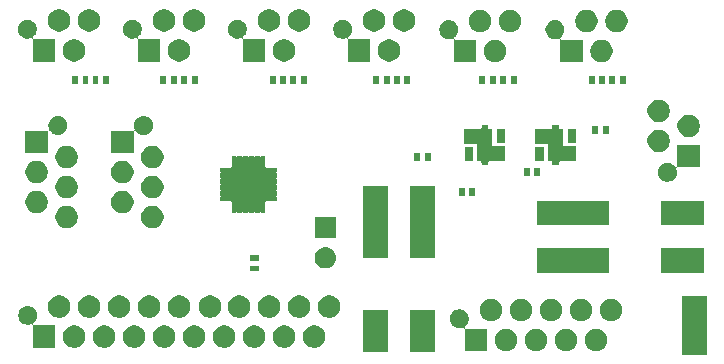
<source format=gbr>
G04 #@! TF.GenerationSoftware,KiCad,Pcbnew,6.0.0-rc1-unknown-ef6f7e9~66~ubuntu16.04.1*
G04 #@! TF.CreationDate,2019-01-29T21:41:32+01:00*
G04 #@! TF.ProjectId,roboy_hand_connector_pcb,726F626F795F68616E645F636F6E6E65,rev?*
G04 #@! TF.SameCoordinates,Original*
G04 #@! TF.FileFunction,Soldermask,Top*
G04 #@! TF.FilePolarity,Negative*
%FSLAX46Y46*%
G04 Gerber Fmt 4.6, Leading zero omitted, Abs format (unit mm)*
G04 Created by KiCad (PCBNEW 6.0.0-rc1-unknown-ef6f7e9~66~ubuntu16.04.1) date Tue Jan 29 21:41:32 2019*
%MOMM*%
%LPD*%
G01*
G04 APERTURE LIST*
%ADD10C,0.100000*%
G04 APERTURE END LIST*
D10*
G36*
X191301000Y-106251000D02*
X189199000Y-106251000D01*
X189199000Y-101249000D01*
X191301000Y-101249000D01*
X191301000Y-106251000D01*
X191301000Y-106251000D01*
G37*
G36*
X168301000Y-106051000D02*
X166199000Y-106051000D01*
X166199000Y-102449000D01*
X168301000Y-102449000D01*
X168301000Y-106051000D01*
X168301000Y-106051000D01*
G37*
G36*
X164301000Y-106051000D02*
X162199000Y-106051000D01*
X162199000Y-102449000D01*
X164301000Y-102449000D01*
X164301000Y-106051000D01*
X164301000Y-106051000D01*
G37*
G36*
X174567396Y-104085546D02*
X174740466Y-104157234D01*
X174896230Y-104261312D01*
X175028688Y-104393770D01*
X175132766Y-104549534D01*
X175204454Y-104722604D01*
X175241000Y-104906333D01*
X175241000Y-105093667D01*
X175204454Y-105277396D01*
X175132766Y-105450466D01*
X175028688Y-105606230D01*
X174896230Y-105738688D01*
X174740466Y-105842766D01*
X174567396Y-105914454D01*
X174383667Y-105951000D01*
X174196333Y-105951000D01*
X174012604Y-105914454D01*
X173839534Y-105842766D01*
X173683770Y-105738688D01*
X173551312Y-105606230D01*
X173447234Y-105450466D01*
X173375546Y-105277396D01*
X173339000Y-105093667D01*
X173339000Y-104906333D01*
X173375546Y-104722604D01*
X173447234Y-104549534D01*
X173551312Y-104393770D01*
X173683770Y-104261312D01*
X173839534Y-104157234D01*
X174012604Y-104085546D01*
X174196333Y-104049000D01*
X174383667Y-104049000D01*
X174567396Y-104085546D01*
X174567396Y-104085546D01*
G37*
G36*
X170583655Y-102429733D02*
X170583657Y-102429734D01*
X170583658Y-102429734D01*
X170630170Y-102449000D01*
X170729440Y-102490119D01*
X170860643Y-102577786D01*
X170972214Y-102689357D01*
X171059881Y-102820560D01*
X171120267Y-102966345D01*
X171151050Y-103121102D01*
X171151050Y-103278898D01*
X171120267Y-103433655D01*
X171059881Y-103579440D01*
X170972214Y-103710643D01*
X170857907Y-103824950D01*
X170844915Y-103835612D01*
X170829370Y-103854554D01*
X170817819Y-103876165D01*
X170810706Y-103899614D01*
X170808304Y-103924001D01*
X170810706Y-103948387D01*
X170817819Y-103971836D01*
X170829371Y-103993447D01*
X170844916Y-104012389D01*
X170863858Y-104027934D01*
X170885469Y-104039485D01*
X170908918Y-104046598D01*
X170933304Y-104049000D01*
X172701000Y-104049000D01*
X172701000Y-105951000D01*
X170799000Y-105951000D01*
X170799000Y-104068145D01*
X170796598Y-104043759D01*
X170789485Y-104020310D01*
X170777934Y-103998699D01*
X170762388Y-103979757D01*
X170743446Y-103964211D01*
X170721835Y-103952660D01*
X170698386Y-103945547D01*
X170674000Y-103943145D01*
X170649614Y-103945547D01*
X170626165Y-103952660D01*
X170583658Y-103970267D01*
X170428898Y-104001050D01*
X170271102Y-104001050D01*
X170116345Y-103970267D01*
X170116343Y-103970266D01*
X170116342Y-103970266D01*
X170004649Y-103924001D01*
X169970560Y-103909881D01*
X169839357Y-103822214D01*
X169727786Y-103710643D01*
X169640119Y-103579440D01*
X169579733Y-103433655D01*
X169548950Y-103278898D01*
X169548950Y-103121102D01*
X169579733Y-102966345D01*
X169640119Y-102820560D01*
X169727786Y-102689357D01*
X169839357Y-102577786D01*
X169970560Y-102490119D01*
X170069830Y-102449000D01*
X170116342Y-102429734D01*
X170116343Y-102429734D01*
X170116345Y-102429733D01*
X170271102Y-102398950D01*
X170428898Y-102398950D01*
X170583655Y-102429733D01*
X170583655Y-102429733D01*
G37*
G36*
X177107396Y-104085546D02*
X177280466Y-104157234D01*
X177436230Y-104261312D01*
X177568688Y-104393770D01*
X177672766Y-104549534D01*
X177744454Y-104722604D01*
X177781000Y-104906333D01*
X177781000Y-105093667D01*
X177744454Y-105277396D01*
X177672766Y-105450466D01*
X177568688Y-105606230D01*
X177436230Y-105738688D01*
X177280466Y-105842766D01*
X177107396Y-105914454D01*
X176923667Y-105951000D01*
X176736333Y-105951000D01*
X176552604Y-105914454D01*
X176379534Y-105842766D01*
X176223770Y-105738688D01*
X176091312Y-105606230D01*
X175987234Y-105450466D01*
X175915546Y-105277396D01*
X175879000Y-105093667D01*
X175879000Y-104906333D01*
X175915546Y-104722604D01*
X175987234Y-104549534D01*
X176091312Y-104393770D01*
X176223770Y-104261312D01*
X176379534Y-104157234D01*
X176552604Y-104085546D01*
X176736333Y-104049000D01*
X176923667Y-104049000D01*
X177107396Y-104085546D01*
X177107396Y-104085546D01*
G37*
G36*
X179647396Y-104085546D02*
X179820466Y-104157234D01*
X179976230Y-104261312D01*
X180108688Y-104393770D01*
X180212766Y-104549534D01*
X180284454Y-104722604D01*
X180321000Y-104906333D01*
X180321000Y-105093667D01*
X180284454Y-105277396D01*
X180212766Y-105450466D01*
X180108688Y-105606230D01*
X179976230Y-105738688D01*
X179820466Y-105842766D01*
X179647396Y-105914454D01*
X179463667Y-105951000D01*
X179276333Y-105951000D01*
X179092604Y-105914454D01*
X178919534Y-105842766D01*
X178763770Y-105738688D01*
X178631312Y-105606230D01*
X178527234Y-105450466D01*
X178455546Y-105277396D01*
X178419000Y-105093667D01*
X178419000Y-104906333D01*
X178455546Y-104722604D01*
X178527234Y-104549534D01*
X178631312Y-104393770D01*
X178763770Y-104261312D01*
X178919534Y-104157234D01*
X179092604Y-104085546D01*
X179276333Y-104049000D01*
X179463667Y-104049000D01*
X179647396Y-104085546D01*
X179647396Y-104085546D01*
G37*
G36*
X182187396Y-104085546D02*
X182360466Y-104157234D01*
X182516230Y-104261312D01*
X182648688Y-104393770D01*
X182752766Y-104549534D01*
X182824454Y-104722604D01*
X182861000Y-104906333D01*
X182861000Y-105093667D01*
X182824454Y-105277396D01*
X182752766Y-105450466D01*
X182648688Y-105606230D01*
X182516230Y-105738688D01*
X182360466Y-105842766D01*
X182187396Y-105914454D01*
X182003667Y-105951000D01*
X181816333Y-105951000D01*
X181632604Y-105914454D01*
X181459534Y-105842766D01*
X181303770Y-105738688D01*
X181171312Y-105606230D01*
X181067234Y-105450466D01*
X180995546Y-105277396D01*
X180959000Y-105093667D01*
X180959000Y-104906333D01*
X180995546Y-104722604D01*
X181067234Y-104549534D01*
X181171312Y-104393770D01*
X181303770Y-104261312D01*
X181459534Y-104157234D01*
X181632604Y-104085546D01*
X181816333Y-104049000D01*
X182003667Y-104049000D01*
X182187396Y-104085546D01*
X182187396Y-104085546D01*
G37*
G36*
X148187396Y-103805546D02*
X148360466Y-103877234D01*
X148516230Y-103981312D01*
X148648688Y-104113770D01*
X148752766Y-104269534D01*
X148824454Y-104442604D01*
X148861000Y-104626333D01*
X148861000Y-104813667D01*
X148824454Y-104997396D01*
X148752766Y-105170466D01*
X148648688Y-105326230D01*
X148516230Y-105458688D01*
X148360466Y-105562766D01*
X148187396Y-105634454D01*
X148003667Y-105671000D01*
X147816333Y-105671000D01*
X147632604Y-105634454D01*
X147459534Y-105562766D01*
X147303770Y-105458688D01*
X147171312Y-105326230D01*
X147067234Y-105170466D01*
X146995546Y-104997396D01*
X146959000Y-104813667D01*
X146959000Y-104626333D01*
X146995546Y-104442604D01*
X147067234Y-104269534D01*
X147171312Y-104113770D01*
X147303770Y-103981312D01*
X147459534Y-103877234D01*
X147632604Y-103805546D01*
X147816333Y-103769000D01*
X148003667Y-103769000D01*
X148187396Y-103805546D01*
X148187396Y-103805546D01*
G37*
G36*
X140567396Y-103805546D02*
X140740466Y-103877234D01*
X140896230Y-103981312D01*
X141028688Y-104113770D01*
X141132766Y-104269534D01*
X141204454Y-104442604D01*
X141241000Y-104626333D01*
X141241000Y-104813667D01*
X141204454Y-104997396D01*
X141132766Y-105170466D01*
X141028688Y-105326230D01*
X140896230Y-105458688D01*
X140740466Y-105562766D01*
X140567396Y-105634454D01*
X140383667Y-105671000D01*
X140196333Y-105671000D01*
X140012604Y-105634454D01*
X139839534Y-105562766D01*
X139683770Y-105458688D01*
X139551312Y-105326230D01*
X139447234Y-105170466D01*
X139375546Y-104997396D01*
X139339000Y-104813667D01*
X139339000Y-104626333D01*
X139375546Y-104442604D01*
X139447234Y-104269534D01*
X139551312Y-104113770D01*
X139683770Y-103981312D01*
X139839534Y-103877234D01*
X140012604Y-103805546D01*
X140196333Y-103769000D01*
X140383667Y-103769000D01*
X140567396Y-103805546D01*
X140567396Y-103805546D01*
G37*
G36*
X143107396Y-103805546D02*
X143280466Y-103877234D01*
X143436230Y-103981312D01*
X143568688Y-104113770D01*
X143672766Y-104269534D01*
X143744454Y-104442604D01*
X143781000Y-104626333D01*
X143781000Y-104813667D01*
X143744454Y-104997396D01*
X143672766Y-105170466D01*
X143568688Y-105326230D01*
X143436230Y-105458688D01*
X143280466Y-105562766D01*
X143107396Y-105634454D01*
X142923667Y-105671000D01*
X142736333Y-105671000D01*
X142552604Y-105634454D01*
X142379534Y-105562766D01*
X142223770Y-105458688D01*
X142091312Y-105326230D01*
X141987234Y-105170466D01*
X141915546Y-104997396D01*
X141879000Y-104813667D01*
X141879000Y-104626333D01*
X141915546Y-104442604D01*
X141987234Y-104269534D01*
X142091312Y-104113770D01*
X142223770Y-103981312D01*
X142379534Y-103877234D01*
X142552604Y-103805546D01*
X142736333Y-103769000D01*
X142923667Y-103769000D01*
X143107396Y-103805546D01*
X143107396Y-103805546D01*
G37*
G36*
X138027396Y-103805546D02*
X138200466Y-103877234D01*
X138356230Y-103981312D01*
X138488688Y-104113770D01*
X138592766Y-104269534D01*
X138664454Y-104442604D01*
X138701000Y-104626333D01*
X138701000Y-104813667D01*
X138664454Y-104997396D01*
X138592766Y-105170466D01*
X138488688Y-105326230D01*
X138356230Y-105458688D01*
X138200466Y-105562766D01*
X138027396Y-105634454D01*
X137843667Y-105671000D01*
X137656333Y-105671000D01*
X137472604Y-105634454D01*
X137299534Y-105562766D01*
X137143770Y-105458688D01*
X137011312Y-105326230D01*
X136907234Y-105170466D01*
X136835546Y-104997396D01*
X136799000Y-104813667D01*
X136799000Y-104626333D01*
X136835546Y-104442604D01*
X136907234Y-104269534D01*
X137011312Y-104113770D01*
X137143770Y-103981312D01*
X137299534Y-103877234D01*
X137472604Y-103805546D01*
X137656333Y-103769000D01*
X137843667Y-103769000D01*
X138027396Y-103805546D01*
X138027396Y-103805546D01*
G37*
G36*
X145647396Y-103805546D02*
X145820466Y-103877234D01*
X145976230Y-103981312D01*
X146108688Y-104113770D01*
X146212766Y-104269534D01*
X146284454Y-104442604D01*
X146321000Y-104626333D01*
X146321000Y-104813667D01*
X146284454Y-104997396D01*
X146212766Y-105170466D01*
X146108688Y-105326230D01*
X145976230Y-105458688D01*
X145820466Y-105562766D01*
X145647396Y-105634454D01*
X145463667Y-105671000D01*
X145276333Y-105671000D01*
X145092604Y-105634454D01*
X144919534Y-105562766D01*
X144763770Y-105458688D01*
X144631312Y-105326230D01*
X144527234Y-105170466D01*
X144455546Y-104997396D01*
X144419000Y-104813667D01*
X144419000Y-104626333D01*
X144455546Y-104442604D01*
X144527234Y-104269534D01*
X144631312Y-104113770D01*
X144763770Y-103981312D01*
X144919534Y-103877234D01*
X145092604Y-103805546D01*
X145276333Y-103769000D01*
X145463667Y-103769000D01*
X145647396Y-103805546D01*
X145647396Y-103805546D01*
G37*
G36*
X150727396Y-103805546D02*
X150900466Y-103877234D01*
X151056230Y-103981312D01*
X151188688Y-104113770D01*
X151292766Y-104269534D01*
X151364454Y-104442604D01*
X151401000Y-104626333D01*
X151401000Y-104813667D01*
X151364454Y-104997396D01*
X151292766Y-105170466D01*
X151188688Y-105326230D01*
X151056230Y-105458688D01*
X150900466Y-105562766D01*
X150727396Y-105634454D01*
X150543667Y-105671000D01*
X150356333Y-105671000D01*
X150172604Y-105634454D01*
X149999534Y-105562766D01*
X149843770Y-105458688D01*
X149711312Y-105326230D01*
X149607234Y-105170466D01*
X149535546Y-104997396D01*
X149499000Y-104813667D01*
X149499000Y-104626333D01*
X149535546Y-104442604D01*
X149607234Y-104269534D01*
X149711312Y-104113770D01*
X149843770Y-103981312D01*
X149999534Y-103877234D01*
X150172604Y-103805546D01*
X150356333Y-103769000D01*
X150543667Y-103769000D01*
X150727396Y-103805546D01*
X150727396Y-103805546D01*
G37*
G36*
X153267396Y-103805546D02*
X153440466Y-103877234D01*
X153596230Y-103981312D01*
X153728688Y-104113770D01*
X153832766Y-104269534D01*
X153904454Y-104442604D01*
X153941000Y-104626333D01*
X153941000Y-104813667D01*
X153904454Y-104997396D01*
X153832766Y-105170466D01*
X153728688Y-105326230D01*
X153596230Y-105458688D01*
X153440466Y-105562766D01*
X153267396Y-105634454D01*
X153083667Y-105671000D01*
X152896333Y-105671000D01*
X152712604Y-105634454D01*
X152539534Y-105562766D01*
X152383770Y-105458688D01*
X152251312Y-105326230D01*
X152147234Y-105170466D01*
X152075546Y-104997396D01*
X152039000Y-104813667D01*
X152039000Y-104626333D01*
X152075546Y-104442604D01*
X152147234Y-104269534D01*
X152251312Y-104113770D01*
X152383770Y-103981312D01*
X152539534Y-103877234D01*
X152712604Y-103805546D01*
X152896333Y-103769000D01*
X153083667Y-103769000D01*
X153267396Y-103805546D01*
X153267396Y-103805546D01*
G37*
G36*
X155807396Y-103805546D02*
X155980466Y-103877234D01*
X156136230Y-103981312D01*
X156268688Y-104113770D01*
X156372766Y-104269534D01*
X156444454Y-104442604D01*
X156481000Y-104626333D01*
X156481000Y-104813667D01*
X156444454Y-104997396D01*
X156372766Y-105170466D01*
X156268688Y-105326230D01*
X156136230Y-105458688D01*
X155980466Y-105562766D01*
X155807396Y-105634454D01*
X155623667Y-105671000D01*
X155436333Y-105671000D01*
X155252604Y-105634454D01*
X155079534Y-105562766D01*
X154923770Y-105458688D01*
X154791312Y-105326230D01*
X154687234Y-105170466D01*
X154615546Y-104997396D01*
X154579000Y-104813667D01*
X154579000Y-104626333D01*
X154615546Y-104442604D01*
X154687234Y-104269534D01*
X154791312Y-104113770D01*
X154923770Y-103981312D01*
X155079534Y-103877234D01*
X155252604Y-103805546D01*
X155436333Y-103769000D01*
X155623667Y-103769000D01*
X155807396Y-103805546D01*
X155807396Y-103805546D01*
G37*
G36*
X158347396Y-103805546D02*
X158520466Y-103877234D01*
X158676230Y-103981312D01*
X158808688Y-104113770D01*
X158912766Y-104269534D01*
X158984454Y-104442604D01*
X159021000Y-104626333D01*
X159021000Y-104813667D01*
X158984454Y-104997396D01*
X158912766Y-105170466D01*
X158808688Y-105326230D01*
X158676230Y-105458688D01*
X158520466Y-105562766D01*
X158347396Y-105634454D01*
X158163667Y-105671000D01*
X157976333Y-105671000D01*
X157792604Y-105634454D01*
X157619534Y-105562766D01*
X157463770Y-105458688D01*
X157331312Y-105326230D01*
X157227234Y-105170466D01*
X157155546Y-104997396D01*
X157119000Y-104813667D01*
X157119000Y-104626333D01*
X157155546Y-104442604D01*
X157227234Y-104269534D01*
X157331312Y-104113770D01*
X157463770Y-103981312D01*
X157619534Y-103877234D01*
X157792604Y-103805546D01*
X157976333Y-103769000D01*
X158163667Y-103769000D01*
X158347396Y-103805546D01*
X158347396Y-103805546D01*
G37*
G36*
X134043655Y-102149733D02*
X134043657Y-102149734D01*
X134043658Y-102149734D01*
X134097509Y-102172040D01*
X134189440Y-102210119D01*
X134320643Y-102297786D01*
X134432214Y-102409357D01*
X134519881Y-102540560D01*
X134580267Y-102686345D01*
X134611050Y-102841102D01*
X134611050Y-102998898D01*
X134580267Y-103153655D01*
X134519881Y-103299440D01*
X134432214Y-103430643D01*
X134317907Y-103544950D01*
X134304915Y-103555612D01*
X134289370Y-103574554D01*
X134277819Y-103596165D01*
X134270706Y-103619614D01*
X134268304Y-103644001D01*
X134270706Y-103668387D01*
X134277819Y-103691836D01*
X134289371Y-103713447D01*
X134304916Y-103732389D01*
X134323858Y-103747934D01*
X134345469Y-103759485D01*
X134368918Y-103766598D01*
X134393304Y-103769000D01*
X136161000Y-103769000D01*
X136161000Y-105671000D01*
X134259000Y-105671000D01*
X134259000Y-103788145D01*
X134256598Y-103763759D01*
X134249485Y-103740310D01*
X134237934Y-103718699D01*
X134222388Y-103699757D01*
X134203446Y-103684211D01*
X134181835Y-103672660D01*
X134158386Y-103665547D01*
X134134000Y-103663145D01*
X134109614Y-103665547D01*
X134086165Y-103672660D01*
X134043658Y-103690267D01*
X133888898Y-103721050D01*
X133731102Y-103721050D01*
X133576345Y-103690267D01*
X133576343Y-103690266D01*
X133576342Y-103690266D01*
X133464649Y-103644001D01*
X133430560Y-103629881D01*
X133299357Y-103542214D01*
X133187786Y-103430643D01*
X133100119Y-103299440D01*
X133039733Y-103153655D01*
X133008950Y-102998898D01*
X133008950Y-102841102D01*
X133039733Y-102686345D01*
X133100119Y-102540560D01*
X133187786Y-102409357D01*
X133299357Y-102297786D01*
X133430560Y-102210119D01*
X133522491Y-102172040D01*
X133576342Y-102149734D01*
X133576343Y-102149734D01*
X133576345Y-102149733D01*
X133731102Y-102118950D01*
X133888898Y-102118950D01*
X134043655Y-102149733D01*
X134043655Y-102149733D01*
G37*
G36*
X178377396Y-101545546D02*
X178550466Y-101617234D01*
X178706230Y-101721312D01*
X178838688Y-101853770D01*
X178942766Y-102009534D01*
X179014454Y-102182604D01*
X179051000Y-102366333D01*
X179051000Y-102553667D01*
X179014454Y-102737396D01*
X178942766Y-102910466D01*
X178838688Y-103066230D01*
X178706230Y-103198688D01*
X178550466Y-103302766D01*
X178377396Y-103374454D01*
X178193667Y-103411000D01*
X178006333Y-103411000D01*
X177822604Y-103374454D01*
X177649534Y-103302766D01*
X177493770Y-103198688D01*
X177361312Y-103066230D01*
X177257234Y-102910466D01*
X177185546Y-102737396D01*
X177149000Y-102553667D01*
X177149000Y-102366333D01*
X177185546Y-102182604D01*
X177257234Y-102009534D01*
X177361312Y-101853770D01*
X177493770Y-101721312D01*
X177649534Y-101617234D01*
X177822604Y-101545546D01*
X178006333Y-101509000D01*
X178193667Y-101509000D01*
X178377396Y-101545546D01*
X178377396Y-101545546D01*
G37*
G36*
X175837396Y-101545546D02*
X176010466Y-101617234D01*
X176166230Y-101721312D01*
X176298688Y-101853770D01*
X176402766Y-102009534D01*
X176474454Y-102182604D01*
X176511000Y-102366333D01*
X176511000Y-102553667D01*
X176474454Y-102737396D01*
X176402766Y-102910466D01*
X176298688Y-103066230D01*
X176166230Y-103198688D01*
X176010466Y-103302766D01*
X175837396Y-103374454D01*
X175653667Y-103411000D01*
X175466333Y-103411000D01*
X175282604Y-103374454D01*
X175109534Y-103302766D01*
X174953770Y-103198688D01*
X174821312Y-103066230D01*
X174717234Y-102910466D01*
X174645546Y-102737396D01*
X174609000Y-102553667D01*
X174609000Y-102366333D01*
X174645546Y-102182604D01*
X174717234Y-102009534D01*
X174821312Y-101853770D01*
X174953770Y-101721312D01*
X175109534Y-101617234D01*
X175282604Y-101545546D01*
X175466333Y-101509000D01*
X175653667Y-101509000D01*
X175837396Y-101545546D01*
X175837396Y-101545546D01*
G37*
G36*
X173297396Y-101545546D02*
X173470466Y-101617234D01*
X173626230Y-101721312D01*
X173758688Y-101853770D01*
X173862766Y-102009534D01*
X173934454Y-102182604D01*
X173971000Y-102366333D01*
X173971000Y-102553667D01*
X173934454Y-102737396D01*
X173862766Y-102910466D01*
X173758688Y-103066230D01*
X173626230Y-103198688D01*
X173470466Y-103302766D01*
X173297396Y-103374454D01*
X173113667Y-103411000D01*
X172926333Y-103411000D01*
X172742604Y-103374454D01*
X172569534Y-103302766D01*
X172413770Y-103198688D01*
X172281312Y-103066230D01*
X172177234Y-102910466D01*
X172105546Y-102737396D01*
X172069000Y-102553667D01*
X172069000Y-102366333D01*
X172105546Y-102182604D01*
X172177234Y-102009534D01*
X172281312Y-101853770D01*
X172413770Y-101721312D01*
X172569534Y-101617234D01*
X172742604Y-101545546D01*
X172926333Y-101509000D01*
X173113667Y-101509000D01*
X173297396Y-101545546D01*
X173297396Y-101545546D01*
G37*
G36*
X180917396Y-101545546D02*
X181090466Y-101617234D01*
X181246230Y-101721312D01*
X181378688Y-101853770D01*
X181482766Y-102009534D01*
X181554454Y-102182604D01*
X181591000Y-102366333D01*
X181591000Y-102553667D01*
X181554454Y-102737396D01*
X181482766Y-102910466D01*
X181378688Y-103066230D01*
X181246230Y-103198688D01*
X181090466Y-103302766D01*
X180917396Y-103374454D01*
X180733667Y-103411000D01*
X180546333Y-103411000D01*
X180362604Y-103374454D01*
X180189534Y-103302766D01*
X180033770Y-103198688D01*
X179901312Y-103066230D01*
X179797234Y-102910466D01*
X179725546Y-102737396D01*
X179689000Y-102553667D01*
X179689000Y-102366333D01*
X179725546Y-102182604D01*
X179797234Y-102009534D01*
X179901312Y-101853770D01*
X180033770Y-101721312D01*
X180189534Y-101617234D01*
X180362604Y-101545546D01*
X180546333Y-101509000D01*
X180733667Y-101509000D01*
X180917396Y-101545546D01*
X180917396Y-101545546D01*
G37*
G36*
X183457396Y-101545546D02*
X183630466Y-101617234D01*
X183786230Y-101721312D01*
X183918688Y-101853770D01*
X184022766Y-102009534D01*
X184094454Y-102182604D01*
X184131000Y-102366333D01*
X184131000Y-102553667D01*
X184094454Y-102737396D01*
X184022766Y-102910466D01*
X183918688Y-103066230D01*
X183786230Y-103198688D01*
X183630466Y-103302766D01*
X183457396Y-103374454D01*
X183273667Y-103411000D01*
X183086333Y-103411000D01*
X182902604Y-103374454D01*
X182729534Y-103302766D01*
X182573770Y-103198688D01*
X182441312Y-103066230D01*
X182337234Y-102910466D01*
X182265546Y-102737396D01*
X182229000Y-102553667D01*
X182229000Y-102366333D01*
X182265546Y-102182604D01*
X182337234Y-102009534D01*
X182441312Y-101853770D01*
X182573770Y-101721312D01*
X182729534Y-101617234D01*
X182902604Y-101545546D01*
X183086333Y-101509000D01*
X183273667Y-101509000D01*
X183457396Y-101545546D01*
X183457396Y-101545546D01*
G37*
G36*
X146917396Y-101265546D02*
X147090466Y-101337234D01*
X147246230Y-101441312D01*
X147378688Y-101573770D01*
X147482766Y-101729534D01*
X147554454Y-101902604D01*
X147591000Y-102086333D01*
X147591000Y-102273667D01*
X147554454Y-102457396D01*
X147482766Y-102630466D01*
X147378688Y-102786230D01*
X147246230Y-102918688D01*
X147090466Y-103022766D01*
X146917396Y-103094454D01*
X146733667Y-103131000D01*
X146546333Y-103131000D01*
X146362604Y-103094454D01*
X146189534Y-103022766D01*
X146033770Y-102918688D01*
X145901312Y-102786230D01*
X145797234Y-102630466D01*
X145725546Y-102457396D01*
X145689000Y-102273667D01*
X145689000Y-102086333D01*
X145725546Y-101902604D01*
X145797234Y-101729534D01*
X145901312Y-101573770D01*
X146033770Y-101441312D01*
X146189534Y-101337234D01*
X146362604Y-101265546D01*
X146546333Y-101229000D01*
X146733667Y-101229000D01*
X146917396Y-101265546D01*
X146917396Y-101265546D01*
G37*
G36*
X149507396Y-101265546D02*
X149680466Y-101337234D01*
X149836230Y-101441312D01*
X149968688Y-101573770D01*
X150072766Y-101729534D01*
X150144454Y-101902604D01*
X150181000Y-102086333D01*
X150181000Y-102273667D01*
X150144454Y-102457396D01*
X150072766Y-102630466D01*
X149968688Y-102786230D01*
X149836230Y-102918688D01*
X149680466Y-103022766D01*
X149507396Y-103094454D01*
X149323667Y-103131000D01*
X149136333Y-103131000D01*
X148952604Y-103094454D01*
X148779534Y-103022766D01*
X148623770Y-102918688D01*
X148491312Y-102786230D01*
X148387234Y-102630466D01*
X148315546Y-102457396D01*
X148279000Y-102273667D01*
X148279000Y-102086333D01*
X148315546Y-101902604D01*
X148387234Y-101729534D01*
X148491312Y-101573770D01*
X148623770Y-101441312D01*
X148779534Y-101337234D01*
X148952604Y-101265546D01*
X149136333Y-101229000D01*
X149323667Y-101229000D01*
X149507396Y-101265546D01*
X149507396Y-101265546D01*
G37*
G36*
X151997396Y-101265546D02*
X152170466Y-101337234D01*
X152326230Y-101441312D01*
X152458688Y-101573770D01*
X152562766Y-101729534D01*
X152634454Y-101902604D01*
X152671000Y-102086333D01*
X152671000Y-102273667D01*
X152634454Y-102457396D01*
X152562766Y-102630466D01*
X152458688Y-102786230D01*
X152326230Y-102918688D01*
X152170466Y-103022766D01*
X151997396Y-103094454D01*
X151813667Y-103131000D01*
X151626333Y-103131000D01*
X151442604Y-103094454D01*
X151269534Y-103022766D01*
X151113770Y-102918688D01*
X150981312Y-102786230D01*
X150877234Y-102630466D01*
X150805546Y-102457396D01*
X150769000Y-102273667D01*
X150769000Y-102086333D01*
X150805546Y-101902604D01*
X150877234Y-101729534D01*
X150981312Y-101573770D01*
X151113770Y-101441312D01*
X151269534Y-101337234D01*
X151442604Y-101265546D01*
X151626333Y-101229000D01*
X151813667Y-101229000D01*
X151997396Y-101265546D01*
X151997396Y-101265546D01*
G37*
G36*
X157077396Y-101265546D02*
X157250466Y-101337234D01*
X157406230Y-101441312D01*
X157538688Y-101573770D01*
X157642766Y-101729534D01*
X157714454Y-101902604D01*
X157751000Y-102086333D01*
X157751000Y-102273667D01*
X157714454Y-102457396D01*
X157642766Y-102630466D01*
X157538688Y-102786230D01*
X157406230Y-102918688D01*
X157250466Y-103022766D01*
X157077396Y-103094454D01*
X156893667Y-103131000D01*
X156706333Y-103131000D01*
X156522604Y-103094454D01*
X156349534Y-103022766D01*
X156193770Y-102918688D01*
X156061312Y-102786230D01*
X155957234Y-102630466D01*
X155885546Y-102457396D01*
X155849000Y-102273667D01*
X155849000Y-102086333D01*
X155885546Y-101902604D01*
X155957234Y-101729534D01*
X156061312Y-101573770D01*
X156193770Y-101441312D01*
X156349534Y-101337234D01*
X156522604Y-101265546D01*
X156706333Y-101229000D01*
X156893667Y-101229000D01*
X157077396Y-101265546D01*
X157077396Y-101265546D01*
G37*
G36*
X144377396Y-101265546D02*
X144550466Y-101337234D01*
X144706230Y-101441312D01*
X144838688Y-101573770D01*
X144942766Y-101729534D01*
X145014454Y-101902604D01*
X145051000Y-102086333D01*
X145051000Y-102273667D01*
X145014454Y-102457396D01*
X144942766Y-102630466D01*
X144838688Y-102786230D01*
X144706230Y-102918688D01*
X144550466Y-103022766D01*
X144377396Y-103094454D01*
X144193667Y-103131000D01*
X144006333Y-103131000D01*
X143822604Y-103094454D01*
X143649534Y-103022766D01*
X143493770Y-102918688D01*
X143361312Y-102786230D01*
X143257234Y-102630466D01*
X143185546Y-102457396D01*
X143149000Y-102273667D01*
X143149000Y-102086333D01*
X143185546Y-101902604D01*
X143257234Y-101729534D01*
X143361312Y-101573770D01*
X143493770Y-101441312D01*
X143649534Y-101337234D01*
X143822604Y-101265546D01*
X144006333Y-101229000D01*
X144193667Y-101229000D01*
X144377396Y-101265546D01*
X144377396Y-101265546D01*
G37*
G36*
X141837396Y-101265546D02*
X142010466Y-101337234D01*
X142166230Y-101441312D01*
X142298688Y-101573770D01*
X142402766Y-101729534D01*
X142474454Y-101902604D01*
X142511000Y-102086333D01*
X142511000Y-102273667D01*
X142474454Y-102457396D01*
X142402766Y-102630466D01*
X142298688Y-102786230D01*
X142166230Y-102918688D01*
X142010466Y-103022766D01*
X141837396Y-103094454D01*
X141653667Y-103131000D01*
X141466333Y-103131000D01*
X141282604Y-103094454D01*
X141109534Y-103022766D01*
X140953770Y-102918688D01*
X140821312Y-102786230D01*
X140717234Y-102630466D01*
X140645546Y-102457396D01*
X140609000Y-102273667D01*
X140609000Y-102086333D01*
X140645546Y-101902604D01*
X140717234Y-101729534D01*
X140821312Y-101573770D01*
X140953770Y-101441312D01*
X141109534Y-101337234D01*
X141282604Y-101265546D01*
X141466333Y-101229000D01*
X141653667Y-101229000D01*
X141837396Y-101265546D01*
X141837396Y-101265546D01*
G37*
G36*
X136757396Y-101265546D02*
X136930466Y-101337234D01*
X137086230Y-101441312D01*
X137218688Y-101573770D01*
X137322766Y-101729534D01*
X137394454Y-101902604D01*
X137431000Y-102086333D01*
X137431000Y-102273667D01*
X137394454Y-102457396D01*
X137322766Y-102630466D01*
X137218688Y-102786230D01*
X137086230Y-102918688D01*
X136930466Y-103022766D01*
X136757396Y-103094454D01*
X136573667Y-103131000D01*
X136386333Y-103131000D01*
X136202604Y-103094454D01*
X136029534Y-103022766D01*
X135873770Y-102918688D01*
X135741312Y-102786230D01*
X135637234Y-102630466D01*
X135565546Y-102457396D01*
X135529000Y-102273667D01*
X135529000Y-102086333D01*
X135565546Y-101902604D01*
X135637234Y-101729534D01*
X135741312Y-101573770D01*
X135873770Y-101441312D01*
X136029534Y-101337234D01*
X136202604Y-101265546D01*
X136386333Y-101229000D01*
X136573667Y-101229000D01*
X136757396Y-101265546D01*
X136757396Y-101265546D01*
G37*
G36*
X159617396Y-101265546D02*
X159790466Y-101337234D01*
X159946230Y-101441312D01*
X160078688Y-101573770D01*
X160182766Y-101729534D01*
X160254454Y-101902604D01*
X160291000Y-102086333D01*
X160291000Y-102273667D01*
X160254454Y-102457396D01*
X160182766Y-102630466D01*
X160078688Y-102786230D01*
X159946230Y-102918688D01*
X159790466Y-103022766D01*
X159617396Y-103094454D01*
X159433667Y-103131000D01*
X159246333Y-103131000D01*
X159062604Y-103094454D01*
X158889534Y-103022766D01*
X158733770Y-102918688D01*
X158601312Y-102786230D01*
X158497234Y-102630466D01*
X158425546Y-102457396D01*
X158389000Y-102273667D01*
X158389000Y-102086333D01*
X158425546Y-101902604D01*
X158497234Y-101729534D01*
X158601312Y-101573770D01*
X158733770Y-101441312D01*
X158889534Y-101337234D01*
X159062604Y-101265546D01*
X159246333Y-101229000D01*
X159433667Y-101229000D01*
X159617396Y-101265546D01*
X159617396Y-101265546D01*
G37*
G36*
X154537396Y-101265546D02*
X154710466Y-101337234D01*
X154866230Y-101441312D01*
X154998688Y-101573770D01*
X155102766Y-101729534D01*
X155174454Y-101902604D01*
X155211000Y-102086333D01*
X155211000Y-102273667D01*
X155174454Y-102457396D01*
X155102766Y-102630466D01*
X154998688Y-102786230D01*
X154866230Y-102918688D01*
X154710466Y-103022766D01*
X154537396Y-103094454D01*
X154353667Y-103131000D01*
X154166333Y-103131000D01*
X153982604Y-103094454D01*
X153809534Y-103022766D01*
X153653770Y-102918688D01*
X153521312Y-102786230D01*
X153417234Y-102630466D01*
X153345546Y-102457396D01*
X153309000Y-102273667D01*
X153309000Y-102086333D01*
X153345546Y-101902604D01*
X153417234Y-101729534D01*
X153521312Y-101573770D01*
X153653770Y-101441312D01*
X153809534Y-101337234D01*
X153982604Y-101265546D01*
X154166333Y-101229000D01*
X154353667Y-101229000D01*
X154537396Y-101265546D01*
X154537396Y-101265546D01*
G37*
G36*
X139297396Y-101265546D02*
X139470466Y-101337234D01*
X139626230Y-101441312D01*
X139758688Y-101573770D01*
X139862766Y-101729534D01*
X139934454Y-101902604D01*
X139971000Y-102086333D01*
X139971000Y-102273667D01*
X139934454Y-102457396D01*
X139862766Y-102630466D01*
X139758688Y-102786230D01*
X139626230Y-102918688D01*
X139470466Y-103022766D01*
X139297396Y-103094454D01*
X139113667Y-103131000D01*
X138926333Y-103131000D01*
X138742604Y-103094454D01*
X138569534Y-103022766D01*
X138413770Y-102918688D01*
X138281312Y-102786230D01*
X138177234Y-102630466D01*
X138105546Y-102457396D01*
X138069000Y-102273667D01*
X138069000Y-102086333D01*
X138105546Y-101902604D01*
X138177234Y-101729534D01*
X138281312Y-101573770D01*
X138413770Y-101441312D01*
X138569534Y-101337234D01*
X138742604Y-101265546D01*
X138926333Y-101229000D01*
X139113667Y-101229000D01*
X139297396Y-101265546D01*
X139297396Y-101265546D01*
G37*
G36*
X183051000Y-99301000D02*
X176949000Y-99301000D01*
X176949000Y-97199000D01*
X183051000Y-97199000D01*
X183051000Y-99301000D01*
X183051000Y-99301000D01*
G37*
G36*
X191051000Y-99301000D02*
X187449000Y-99301000D01*
X187449000Y-97199000D01*
X191051000Y-97199000D01*
X191051000Y-99301000D01*
X191051000Y-99301000D01*
G37*
G36*
X153351000Y-99201000D02*
X152649000Y-99201000D01*
X152649000Y-98699000D01*
X153351000Y-98699000D01*
X153351000Y-99201000D01*
X153351000Y-99201000D01*
G37*
G36*
X159110443Y-97145519D02*
X159176627Y-97152037D01*
X159289853Y-97186384D01*
X159346467Y-97203557D01*
X159485087Y-97277652D01*
X159502991Y-97287222D01*
X159538729Y-97316552D01*
X159640186Y-97399814D01*
X159723448Y-97501271D01*
X159752778Y-97537009D01*
X159752779Y-97537011D01*
X159836443Y-97693533D01*
X159836443Y-97693534D01*
X159887963Y-97863373D01*
X159905359Y-98040000D01*
X159887963Y-98216627D01*
X159862369Y-98301000D01*
X159836443Y-98386467D01*
X159762348Y-98525087D01*
X159752778Y-98542991D01*
X159723448Y-98578729D01*
X159640186Y-98680186D01*
X159538729Y-98763448D01*
X159502991Y-98792778D01*
X159502989Y-98792779D01*
X159346467Y-98876443D01*
X159289853Y-98893616D01*
X159176627Y-98927963D01*
X159110443Y-98934481D01*
X159044260Y-98941000D01*
X158955740Y-98941000D01*
X158889557Y-98934481D01*
X158823373Y-98927963D01*
X158710147Y-98893616D01*
X158653533Y-98876443D01*
X158497011Y-98792779D01*
X158497009Y-98792778D01*
X158461271Y-98763448D01*
X158359814Y-98680186D01*
X158276552Y-98578729D01*
X158247222Y-98542991D01*
X158237652Y-98525087D01*
X158163557Y-98386467D01*
X158137631Y-98301000D01*
X158112037Y-98216627D01*
X158094641Y-98040000D01*
X158112037Y-97863373D01*
X158163557Y-97693534D01*
X158163557Y-97693533D01*
X158247221Y-97537011D01*
X158247222Y-97537009D01*
X158276552Y-97501271D01*
X158359814Y-97399814D01*
X158461271Y-97316552D01*
X158497009Y-97287222D01*
X158514913Y-97277652D01*
X158653533Y-97203557D01*
X158710147Y-97186384D01*
X158823373Y-97152037D01*
X158889558Y-97145518D01*
X158955740Y-97139000D01*
X159044260Y-97139000D01*
X159110443Y-97145519D01*
X159110443Y-97145519D01*
G37*
G36*
X153351000Y-98301000D02*
X152649000Y-98301000D01*
X152649000Y-97799000D01*
X153351000Y-97799000D01*
X153351000Y-98301000D01*
X153351000Y-98301000D01*
G37*
G36*
X168301000Y-98051000D02*
X166199000Y-98051000D01*
X166199000Y-91949000D01*
X168301000Y-91949000D01*
X168301000Y-98051000D01*
X168301000Y-98051000D01*
G37*
G36*
X164301000Y-98051000D02*
X162199000Y-98051000D01*
X162199000Y-91949000D01*
X164301000Y-91949000D01*
X164301000Y-98051000D01*
X164301000Y-98051000D01*
G37*
G36*
X159901000Y-96401000D02*
X158099000Y-96401000D01*
X158099000Y-94599000D01*
X159901000Y-94599000D01*
X159901000Y-96401000D01*
X159901000Y-96401000D01*
G37*
G36*
X144632397Y-93675547D02*
X144805467Y-93747235D01*
X144961231Y-93851313D01*
X145093689Y-93983771D01*
X145197767Y-94139535D01*
X145269455Y-94312605D01*
X145306001Y-94496334D01*
X145306001Y-94683668D01*
X145269455Y-94867397D01*
X145197767Y-95040467D01*
X145093689Y-95196231D01*
X144961231Y-95328689D01*
X144805467Y-95432767D01*
X144632397Y-95504455D01*
X144448668Y-95541001D01*
X144261334Y-95541001D01*
X144077605Y-95504455D01*
X143904535Y-95432767D01*
X143748771Y-95328689D01*
X143616313Y-95196231D01*
X143512235Y-95040467D01*
X143440547Y-94867397D01*
X143404001Y-94683668D01*
X143404001Y-94496334D01*
X143440547Y-94312605D01*
X143512235Y-94139535D01*
X143616313Y-93983771D01*
X143748771Y-93851313D01*
X143904535Y-93747235D01*
X144077605Y-93675547D01*
X144261334Y-93639001D01*
X144448668Y-93639001D01*
X144632397Y-93675547D01*
X144632397Y-93675547D01*
G37*
G36*
X137382397Y-93675547D02*
X137555467Y-93747235D01*
X137711231Y-93851313D01*
X137843689Y-93983771D01*
X137947767Y-94139535D01*
X138019455Y-94312605D01*
X138056001Y-94496334D01*
X138056001Y-94683668D01*
X138019455Y-94867397D01*
X137947767Y-95040467D01*
X137843689Y-95196231D01*
X137711231Y-95328689D01*
X137555467Y-95432767D01*
X137382397Y-95504455D01*
X137198668Y-95541001D01*
X137011334Y-95541001D01*
X136827605Y-95504455D01*
X136654535Y-95432767D01*
X136498771Y-95328689D01*
X136366313Y-95196231D01*
X136262235Y-95040467D01*
X136190547Y-94867397D01*
X136154001Y-94683668D01*
X136154001Y-94496334D01*
X136190547Y-94312605D01*
X136262235Y-94139535D01*
X136366313Y-93983771D01*
X136498771Y-93851313D01*
X136654535Y-93747235D01*
X136827605Y-93675547D01*
X137011334Y-93639001D01*
X137198668Y-93639001D01*
X137382397Y-93675547D01*
X137382397Y-93675547D01*
G37*
G36*
X191051000Y-95301000D02*
X187449000Y-95301000D01*
X187449000Y-93199000D01*
X191051000Y-93199000D01*
X191051000Y-95301000D01*
X191051000Y-95301000D01*
G37*
G36*
X183051000Y-95301000D02*
X176949000Y-95301000D01*
X176949000Y-93199000D01*
X183051000Y-93199000D01*
X183051000Y-95301000D01*
X183051000Y-95301000D01*
G37*
G36*
X142092397Y-92405547D02*
X142265467Y-92477235D01*
X142421231Y-92581313D01*
X142553689Y-92713771D01*
X142657767Y-92869535D01*
X142729455Y-93042605D01*
X142766001Y-93226334D01*
X142766001Y-93413668D01*
X142729455Y-93597397D01*
X142657767Y-93770467D01*
X142553689Y-93926231D01*
X142421231Y-94058689D01*
X142265467Y-94162767D01*
X142092397Y-94234455D01*
X141908668Y-94271001D01*
X141721334Y-94271001D01*
X141537605Y-94234455D01*
X141364535Y-94162767D01*
X141208771Y-94058689D01*
X141076313Y-93926231D01*
X140972235Y-93770467D01*
X140900547Y-93597397D01*
X140864001Y-93413668D01*
X140864001Y-93226334D01*
X140900547Y-93042605D01*
X140972235Y-92869535D01*
X141076313Y-92713771D01*
X141208771Y-92581313D01*
X141364535Y-92477235D01*
X141537605Y-92405547D01*
X141721334Y-92369001D01*
X141908668Y-92369001D01*
X142092397Y-92405547D01*
X142092397Y-92405547D01*
G37*
G36*
X134842397Y-92405547D02*
X135015467Y-92477235D01*
X135171231Y-92581313D01*
X135303689Y-92713771D01*
X135407767Y-92869535D01*
X135479455Y-93042605D01*
X135516001Y-93226334D01*
X135516001Y-93413668D01*
X135479455Y-93597397D01*
X135407767Y-93770467D01*
X135303689Y-93926231D01*
X135171231Y-94058689D01*
X135015467Y-94162767D01*
X134842397Y-94234455D01*
X134658668Y-94271001D01*
X134471334Y-94271001D01*
X134287605Y-94234455D01*
X134114535Y-94162767D01*
X133958771Y-94058689D01*
X133826313Y-93926231D01*
X133722235Y-93770467D01*
X133650547Y-93597397D01*
X133614001Y-93413668D01*
X133614001Y-93226334D01*
X133650547Y-93042605D01*
X133722235Y-92869535D01*
X133826313Y-92713771D01*
X133958771Y-92581313D01*
X134114535Y-92477235D01*
X134287605Y-92405547D01*
X134471334Y-92369001D01*
X134658668Y-92369001D01*
X134842397Y-92405547D01*
X134842397Y-92405547D01*
G37*
G36*
X151405357Y-89440083D02*
X151410028Y-89441500D01*
X151414330Y-89443800D01*
X151420705Y-89449031D01*
X151441080Y-89462644D01*
X151463719Y-89472020D01*
X151487753Y-89476800D01*
X151512257Y-89476799D01*
X151536291Y-89472017D01*
X151558929Y-89462639D01*
X151579295Y-89449031D01*
X151585670Y-89443800D01*
X151589972Y-89441500D01*
X151594643Y-89440083D01*
X151605641Y-89439000D01*
X151894359Y-89439000D01*
X151905357Y-89440083D01*
X151910028Y-89441500D01*
X151914330Y-89443800D01*
X151920705Y-89449031D01*
X151941080Y-89462644D01*
X151963719Y-89472020D01*
X151987753Y-89476800D01*
X152012257Y-89476799D01*
X152036291Y-89472017D01*
X152058929Y-89462639D01*
X152079295Y-89449031D01*
X152085670Y-89443800D01*
X152089972Y-89441500D01*
X152094643Y-89440083D01*
X152105641Y-89439000D01*
X152394359Y-89439000D01*
X152405357Y-89440083D01*
X152410028Y-89441500D01*
X152414330Y-89443800D01*
X152420705Y-89449031D01*
X152441080Y-89462644D01*
X152463719Y-89472020D01*
X152487753Y-89476800D01*
X152512257Y-89476799D01*
X152536291Y-89472017D01*
X152558929Y-89462639D01*
X152579295Y-89449031D01*
X152585670Y-89443800D01*
X152589972Y-89441500D01*
X152594643Y-89440083D01*
X152605641Y-89439000D01*
X152894359Y-89439000D01*
X152905357Y-89440083D01*
X152910028Y-89441500D01*
X152914330Y-89443800D01*
X152920705Y-89449031D01*
X152941080Y-89462644D01*
X152963719Y-89472020D01*
X152987753Y-89476800D01*
X153012257Y-89476799D01*
X153036291Y-89472017D01*
X153058929Y-89462639D01*
X153079295Y-89449031D01*
X153085670Y-89443800D01*
X153089972Y-89441500D01*
X153094643Y-89440083D01*
X153105641Y-89439000D01*
X153394359Y-89439000D01*
X153405357Y-89440083D01*
X153410028Y-89441500D01*
X153414330Y-89443800D01*
X153420705Y-89449031D01*
X153441080Y-89462644D01*
X153463719Y-89472020D01*
X153487753Y-89476800D01*
X153512257Y-89476799D01*
X153536291Y-89472017D01*
X153558929Y-89462639D01*
X153579295Y-89449031D01*
X153585670Y-89443800D01*
X153589972Y-89441500D01*
X153594643Y-89440083D01*
X153605641Y-89439000D01*
X153894359Y-89439000D01*
X153905357Y-89440083D01*
X153910028Y-89441500D01*
X153914330Y-89443800D01*
X153918104Y-89446896D01*
X153921200Y-89450670D01*
X153923500Y-89454972D01*
X153924917Y-89459643D01*
X153926000Y-89470641D01*
X153926000Y-90289000D01*
X153928402Y-90313386D01*
X153935515Y-90336835D01*
X153947066Y-90358446D01*
X153962612Y-90377388D01*
X153981554Y-90392934D01*
X154003165Y-90404485D01*
X154026614Y-90411598D01*
X154051000Y-90414000D01*
X154869359Y-90414000D01*
X154880357Y-90415083D01*
X154885028Y-90416500D01*
X154889330Y-90418800D01*
X154893104Y-90421896D01*
X154896200Y-90425670D01*
X154898500Y-90429972D01*
X154899917Y-90434643D01*
X154901000Y-90445641D01*
X154901000Y-90734359D01*
X154899917Y-90745357D01*
X154898500Y-90750028D01*
X154896200Y-90754330D01*
X154890969Y-90760705D01*
X154877356Y-90781080D01*
X154867980Y-90803719D01*
X154863200Y-90827753D01*
X154863201Y-90852257D01*
X154867983Y-90876291D01*
X154877361Y-90898929D01*
X154890969Y-90919295D01*
X154896200Y-90925670D01*
X154898500Y-90929972D01*
X154899917Y-90934643D01*
X154901000Y-90945641D01*
X154901000Y-91234359D01*
X154899917Y-91245357D01*
X154898500Y-91250028D01*
X154896200Y-91254330D01*
X154890969Y-91260705D01*
X154877356Y-91281080D01*
X154867980Y-91303719D01*
X154863200Y-91327753D01*
X154863201Y-91352257D01*
X154867983Y-91376291D01*
X154877361Y-91398929D01*
X154890969Y-91419295D01*
X154896200Y-91425670D01*
X154898500Y-91429972D01*
X154899917Y-91434643D01*
X154901000Y-91445641D01*
X154901000Y-91734359D01*
X154899917Y-91745357D01*
X154898500Y-91750028D01*
X154896200Y-91754330D01*
X154890969Y-91760705D01*
X154877356Y-91781080D01*
X154867980Y-91803719D01*
X154863200Y-91827753D01*
X154863201Y-91852257D01*
X154867983Y-91876291D01*
X154877361Y-91898929D01*
X154890969Y-91919295D01*
X154896200Y-91925670D01*
X154898500Y-91929972D01*
X154899917Y-91934643D01*
X154901000Y-91945641D01*
X154901000Y-92234359D01*
X154899917Y-92245357D01*
X154898500Y-92250028D01*
X154896200Y-92254330D01*
X154890969Y-92260705D01*
X154877356Y-92281080D01*
X154867980Y-92303719D01*
X154863200Y-92327753D01*
X154863201Y-92352257D01*
X154867983Y-92376291D01*
X154877361Y-92398929D01*
X154890969Y-92419295D01*
X154896200Y-92425670D01*
X154898500Y-92429972D01*
X154899917Y-92434643D01*
X154901000Y-92445641D01*
X154901000Y-92734359D01*
X154899917Y-92745357D01*
X154898500Y-92750028D01*
X154896200Y-92754330D01*
X154890969Y-92760705D01*
X154877356Y-92781080D01*
X154867980Y-92803719D01*
X154863200Y-92827753D01*
X154863201Y-92852257D01*
X154867983Y-92876291D01*
X154877361Y-92898929D01*
X154890969Y-92919295D01*
X154896200Y-92925670D01*
X154898500Y-92929972D01*
X154899917Y-92934643D01*
X154901000Y-92945641D01*
X154901000Y-93234359D01*
X154899917Y-93245357D01*
X154898500Y-93250028D01*
X154896200Y-93254330D01*
X154893104Y-93258104D01*
X154889330Y-93261200D01*
X154885028Y-93263500D01*
X154880357Y-93264917D01*
X154869359Y-93266000D01*
X154051000Y-93266000D01*
X154026614Y-93268402D01*
X154003165Y-93275515D01*
X153981554Y-93287066D01*
X153962612Y-93302612D01*
X153947066Y-93321554D01*
X153935515Y-93343165D01*
X153928402Y-93366614D01*
X153926000Y-93391000D01*
X153926000Y-94209359D01*
X153924917Y-94220357D01*
X153923500Y-94225028D01*
X153921200Y-94229330D01*
X153918104Y-94233104D01*
X153914330Y-94236200D01*
X153910028Y-94238500D01*
X153905357Y-94239917D01*
X153894359Y-94241000D01*
X153605641Y-94241000D01*
X153594643Y-94239917D01*
X153589972Y-94238500D01*
X153585670Y-94236200D01*
X153579295Y-94230969D01*
X153558920Y-94217356D01*
X153536281Y-94207980D01*
X153512247Y-94203200D01*
X153487743Y-94203201D01*
X153463709Y-94207983D01*
X153441071Y-94217361D01*
X153420705Y-94230969D01*
X153414330Y-94236200D01*
X153410028Y-94238500D01*
X153405357Y-94239917D01*
X153394359Y-94241000D01*
X153105641Y-94241000D01*
X153094643Y-94239917D01*
X153089972Y-94238500D01*
X153085670Y-94236200D01*
X153079295Y-94230969D01*
X153058920Y-94217356D01*
X153036281Y-94207980D01*
X153012247Y-94203200D01*
X152987743Y-94203201D01*
X152963709Y-94207983D01*
X152941071Y-94217361D01*
X152920705Y-94230969D01*
X152914330Y-94236200D01*
X152910028Y-94238500D01*
X152905357Y-94239917D01*
X152894359Y-94241000D01*
X152605641Y-94241000D01*
X152594643Y-94239917D01*
X152589972Y-94238500D01*
X152585670Y-94236200D01*
X152579295Y-94230969D01*
X152558920Y-94217356D01*
X152536281Y-94207980D01*
X152512247Y-94203200D01*
X152487743Y-94203201D01*
X152463709Y-94207983D01*
X152441071Y-94217361D01*
X152420705Y-94230969D01*
X152414330Y-94236200D01*
X152410028Y-94238500D01*
X152405357Y-94239917D01*
X152394359Y-94241000D01*
X152105641Y-94241000D01*
X152094643Y-94239917D01*
X152089972Y-94238500D01*
X152085670Y-94236200D01*
X152079295Y-94230969D01*
X152058920Y-94217356D01*
X152036281Y-94207980D01*
X152012247Y-94203200D01*
X151987743Y-94203201D01*
X151963709Y-94207983D01*
X151941071Y-94217361D01*
X151920705Y-94230969D01*
X151914330Y-94236200D01*
X151910028Y-94238500D01*
X151905357Y-94239917D01*
X151894359Y-94241000D01*
X151605641Y-94241000D01*
X151594643Y-94239917D01*
X151589972Y-94238500D01*
X151585670Y-94236200D01*
X151579295Y-94230969D01*
X151558920Y-94217356D01*
X151536281Y-94207980D01*
X151512247Y-94203200D01*
X151487743Y-94203201D01*
X151463709Y-94207983D01*
X151441071Y-94217361D01*
X151420705Y-94230969D01*
X151414330Y-94236200D01*
X151410028Y-94238500D01*
X151405357Y-94239917D01*
X151394359Y-94241000D01*
X151105641Y-94241000D01*
X151094643Y-94239917D01*
X151089972Y-94238500D01*
X151085670Y-94236200D01*
X151081896Y-94233104D01*
X151078800Y-94229330D01*
X151076500Y-94225028D01*
X151075083Y-94220357D01*
X151074000Y-94209359D01*
X151074000Y-93391000D01*
X151071598Y-93366614D01*
X151064485Y-93343165D01*
X151052934Y-93321554D01*
X151037388Y-93302612D01*
X151018446Y-93287066D01*
X150996835Y-93275515D01*
X150973386Y-93268402D01*
X150949000Y-93266000D01*
X150130641Y-93266000D01*
X150119643Y-93264917D01*
X150114972Y-93263500D01*
X150110670Y-93261200D01*
X150106896Y-93258104D01*
X150103800Y-93254330D01*
X150101500Y-93250028D01*
X150100083Y-93245357D01*
X150099000Y-93234359D01*
X150099000Y-92945641D01*
X150100083Y-92934643D01*
X150101500Y-92929972D01*
X150103800Y-92925670D01*
X150109031Y-92919295D01*
X150122644Y-92898920D01*
X150132020Y-92876281D01*
X150136800Y-92852247D01*
X150136799Y-92827743D01*
X150132017Y-92803709D01*
X150122639Y-92781071D01*
X150109031Y-92760705D01*
X150103800Y-92754330D01*
X150101500Y-92750028D01*
X150100083Y-92745357D01*
X150099000Y-92734359D01*
X150099000Y-92445641D01*
X150100083Y-92434643D01*
X150101500Y-92429972D01*
X150103800Y-92425670D01*
X150109031Y-92419295D01*
X150122644Y-92398920D01*
X150132020Y-92376281D01*
X150136800Y-92352247D01*
X150136799Y-92327743D01*
X150132017Y-92303709D01*
X150122639Y-92281071D01*
X150109031Y-92260705D01*
X150103800Y-92254330D01*
X150101500Y-92250028D01*
X150100083Y-92245357D01*
X150099000Y-92234359D01*
X150099000Y-91945641D01*
X150100083Y-91934643D01*
X150101500Y-91929972D01*
X150103800Y-91925670D01*
X150109031Y-91919295D01*
X150122644Y-91898920D01*
X150132020Y-91876281D01*
X150136800Y-91852247D01*
X150136799Y-91827743D01*
X150132017Y-91803709D01*
X150122639Y-91781071D01*
X150109031Y-91760705D01*
X150103800Y-91754330D01*
X150101500Y-91750028D01*
X150100083Y-91745357D01*
X150099000Y-91734359D01*
X150099000Y-91445641D01*
X150100083Y-91434643D01*
X150101500Y-91429972D01*
X150103800Y-91425670D01*
X150109031Y-91419295D01*
X150122644Y-91398920D01*
X150132020Y-91376281D01*
X150136800Y-91352247D01*
X150136799Y-91327743D01*
X150132017Y-91303709D01*
X150122639Y-91281071D01*
X150109031Y-91260705D01*
X150103800Y-91254330D01*
X150101500Y-91250028D01*
X150100083Y-91245357D01*
X150099000Y-91234359D01*
X150099000Y-90945641D01*
X150100083Y-90934643D01*
X150101500Y-90929972D01*
X150103800Y-90925670D01*
X150109031Y-90919295D01*
X150122644Y-90898920D01*
X150132020Y-90876281D01*
X150136800Y-90852247D01*
X150136799Y-90827743D01*
X150132017Y-90803709D01*
X150122639Y-90781071D01*
X150109031Y-90760705D01*
X150103800Y-90754330D01*
X150101500Y-90750028D01*
X150100083Y-90745357D01*
X150099000Y-90734359D01*
X150099000Y-90445641D01*
X150100083Y-90434643D01*
X150101500Y-90429972D01*
X150103800Y-90425670D01*
X150106896Y-90421896D01*
X150110670Y-90418800D01*
X150114972Y-90416500D01*
X150119643Y-90415083D01*
X150130641Y-90414000D01*
X150949000Y-90414000D01*
X150973386Y-90411598D01*
X150996835Y-90404485D01*
X151018446Y-90392934D01*
X151037388Y-90377388D01*
X151052934Y-90358446D01*
X151064485Y-90336835D01*
X151071598Y-90313386D01*
X151074000Y-90289000D01*
X151074000Y-89470641D01*
X151075083Y-89459643D01*
X151076500Y-89454972D01*
X151078800Y-89450670D01*
X151081896Y-89446896D01*
X151085670Y-89443800D01*
X151089972Y-89441500D01*
X151094643Y-89440083D01*
X151105641Y-89439000D01*
X151394359Y-89439000D01*
X151405357Y-89440083D01*
X151405357Y-89440083D01*
G37*
G36*
X144632397Y-91135547D02*
X144805467Y-91207235D01*
X144961231Y-91311313D01*
X145093689Y-91443771D01*
X145197767Y-91599535D01*
X145269455Y-91772605D01*
X145306001Y-91956334D01*
X145306001Y-92143668D01*
X145269455Y-92327397D01*
X145197767Y-92500467D01*
X145093689Y-92656231D01*
X144961231Y-92788689D01*
X144805467Y-92892767D01*
X144632397Y-92964455D01*
X144448668Y-93001001D01*
X144261334Y-93001001D01*
X144077605Y-92964455D01*
X143904535Y-92892767D01*
X143748771Y-92788689D01*
X143616313Y-92656231D01*
X143512235Y-92500467D01*
X143440547Y-92327397D01*
X143404001Y-92143668D01*
X143404001Y-91956334D01*
X143440547Y-91772605D01*
X143512235Y-91599535D01*
X143616313Y-91443771D01*
X143748771Y-91311313D01*
X143904535Y-91207235D01*
X144077605Y-91135547D01*
X144261334Y-91099001D01*
X144448668Y-91099001D01*
X144632397Y-91135547D01*
X144632397Y-91135547D01*
G37*
G36*
X137382397Y-91135547D02*
X137555467Y-91207235D01*
X137711231Y-91311313D01*
X137843689Y-91443771D01*
X137947767Y-91599535D01*
X138019455Y-91772605D01*
X138056001Y-91956334D01*
X138056001Y-92143668D01*
X138019455Y-92327397D01*
X137947767Y-92500467D01*
X137843689Y-92656231D01*
X137711231Y-92788689D01*
X137555467Y-92892767D01*
X137382397Y-92964455D01*
X137198668Y-93001001D01*
X137011334Y-93001001D01*
X136827605Y-92964455D01*
X136654535Y-92892767D01*
X136498771Y-92788689D01*
X136366313Y-92656231D01*
X136262235Y-92500467D01*
X136190547Y-92327397D01*
X136154001Y-92143668D01*
X136154001Y-91956334D01*
X136190547Y-91772605D01*
X136262235Y-91599535D01*
X136366313Y-91443771D01*
X136498771Y-91311313D01*
X136654535Y-91207235D01*
X136827605Y-91135547D01*
X137011334Y-91099001D01*
X137198668Y-91099001D01*
X137382397Y-91135547D01*
X137382397Y-91135547D01*
G37*
G36*
X170801000Y-92851000D02*
X170299000Y-92851000D01*
X170299000Y-92149000D01*
X170801000Y-92149000D01*
X170801000Y-92851000D01*
X170801000Y-92851000D01*
G37*
G36*
X171701000Y-92851000D02*
X171199000Y-92851000D01*
X171199000Y-92149000D01*
X171701000Y-92149000D01*
X171701000Y-92851000D01*
X171701000Y-92851000D01*
G37*
G36*
X134842397Y-89865547D02*
X135015467Y-89937235D01*
X135171231Y-90041313D01*
X135303689Y-90173771D01*
X135407767Y-90329535D01*
X135479455Y-90502605D01*
X135516001Y-90686334D01*
X135516001Y-90873668D01*
X135479455Y-91057397D01*
X135407767Y-91230467D01*
X135303689Y-91386231D01*
X135171231Y-91518689D01*
X135015467Y-91622767D01*
X134842397Y-91694455D01*
X134658668Y-91731001D01*
X134471334Y-91731001D01*
X134287605Y-91694455D01*
X134114535Y-91622767D01*
X133958771Y-91518689D01*
X133826313Y-91386231D01*
X133722235Y-91230467D01*
X133650547Y-91057397D01*
X133614001Y-90873668D01*
X133614001Y-90686334D01*
X133650547Y-90502605D01*
X133722235Y-90329535D01*
X133826313Y-90173771D01*
X133958771Y-90041313D01*
X134114535Y-89937235D01*
X134287605Y-89865547D01*
X134471334Y-89829001D01*
X134658668Y-89829001D01*
X134842397Y-89865547D01*
X134842397Y-89865547D01*
G37*
G36*
X142092397Y-89865547D02*
X142265467Y-89937235D01*
X142421231Y-90041313D01*
X142553689Y-90173771D01*
X142657767Y-90329535D01*
X142729455Y-90502605D01*
X142766001Y-90686334D01*
X142766001Y-90873668D01*
X142729455Y-91057397D01*
X142657767Y-91230467D01*
X142553689Y-91386231D01*
X142421231Y-91518689D01*
X142265467Y-91622767D01*
X142092397Y-91694455D01*
X141908668Y-91731001D01*
X141721334Y-91731001D01*
X141537605Y-91694455D01*
X141364535Y-91622767D01*
X141208771Y-91518689D01*
X141076313Y-91386231D01*
X140972235Y-91230467D01*
X140900547Y-91057397D01*
X140864001Y-90873668D01*
X140864001Y-90686334D01*
X140900547Y-90502605D01*
X140972235Y-90329535D01*
X141076313Y-90173771D01*
X141208771Y-90041313D01*
X141364535Y-89937235D01*
X141537605Y-89865547D01*
X141721334Y-89829001D01*
X141908668Y-89829001D01*
X142092397Y-89865547D01*
X142092397Y-89865547D01*
G37*
G36*
X190721000Y-90356000D02*
X188838145Y-90356000D01*
X188813759Y-90358402D01*
X188790310Y-90365515D01*
X188768699Y-90377066D01*
X188749757Y-90392612D01*
X188734211Y-90411554D01*
X188722660Y-90433165D01*
X188715547Y-90456614D01*
X188713145Y-90481000D01*
X188715547Y-90505386D01*
X188722660Y-90528835D01*
X188740267Y-90571342D01*
X188771050Y-90726102D01*
X188771050Y-90883898D01*
X188740267Y-91038655D01*
X188679881Y-91184440D01*
X188592214Y-91315643D01*
X188480643Y-91427214D01*
X188349440Y-91514881D01*
X188257509Y-91552960D01*
X188203658Y-91575266D01*
X188203657Y-91575266D01*
X188203655Y-91575267D01*
X188048898Y-91606050D01*
X187891102Y-91606050D01*
X187736345Y-91575267D01*
X187736343Y-91575266D01*
X187736342Y-91575266D01*
X187682491Y-91552960D01*
X187590560Y-91514881D01*
X187459357Y-91427214D01*
X187347786Y-91315643D01*
X187260119Y-91184440D01*
X187199733Y-91038655D01*
X187168950Y-90883898D01*
X187168950Y-90726102D01*
X187199733Y-90571345D01*
X187260119Y-90425560D01*
X187347786Y-90294357D01*
X187459357Y-90182786D01*
X187590560Y-90095119D01*
X187720464Y-90041311D01*
X187736342Y-90034734D01*
X187736343Y-90034734D01*
X187736345Y-90034733D01*
X187891102Y-90003950D01*
X188048898Y-90003950D01*
X188203655Y-90034733D01*
X188203657Y-90034734D01*
X188203658Y-90034734D01*
X188219536Y-90041311D01*
X188349440Y-90095119D01*
X188480643Y-90182786D01*
X188594950Y-90297093D01*
X188605612Y-90310085D01*
X188624554Y-90325630D01*
X188646165Y-90337181D01*
X188669614Y-90344294D01*
X188694001Y-90346696D01*
X188718387Y-90344294D01*
X188741836Y-90337181D01*
X188763447Y-90325629D01*
X188782389Y-90310084D01*
X188797934Y-90291142D01*
X188809485Y-90269531D01*
X188816598Y-90246082D01*
X188819000Y-90221696D01*
X188819000Y-88454000D01*
X190721000Y-88454000D01*
X190721000Y-90356000D01*
X190721000Y-90356000D01*
G37*
G36*
X177201000Y-91101000D02*
X176699000Y-91101000D01*
X176699000Y-90399000D01*
X177201000Y-90399000D01*
X177201000Y-91101000D01*
X177201000Y-91101000D01*
G37*
G36*
X176301000Y-91101000D02*
X175799000Y-91101000D01*
X175799000Y-90399000D01*
X176301000Y-90399000D01*
X176301000Y-91101000D01*
X176301000Y-91101000D01*
G37*
G36*
X144632397Y-88595547D02*
X144805467Y-88667235D01*
X144961231Y-88771313D01*
X145093689Y-88903771D01*
X145197767Y-89059535D01*
X145269455Y-89232605D01*
X145306001Y-89416334D01*
X145306001Y-89603668D01*
X145269455Y-89787397D01*
X145197767Y-89960467D01*
X145093689Y-90116231D01*
X144961231Y-90248689D01*
X144805467Y-90352767D01*
X144632397Y-90424455D01*
X144448668Y-90461001D01*
X144261334Y-90461001D01*
X144077605Y-90424455D01*
X143904535Y-90352767D01*
X143748771Y-90248689D01*
X143616313Y-90116231D01*
X143512235Y-89960467D01*
X143440547Y-89787397D01*
X143404001Y-89603668D01*
X143404001Y-89416334D01*
X143440547Y-89232605D01*
X143512235Y-89059535D01*
X143616313Y-88903771D01*
X143748771Y-88771313D01*
X143904535Y-88667235D01*
X144077605Y-88595547D01*
X144261334Y-88559001D01*
X144448668Y-88559001D01*
X144632397Y-88595547D01*
X144632397Y-88595547D01*
G37*
G36*
X137382397Y-88595547D02*
X137555467Y-88667235D01*
X137711231Y-88771313D01*
X137843689Y-88903771D01*
X137947767Y-89059535D01*
X138019455Y-89232605D01*
X138056001Y-89416334D01*
X138056001Y-89603668D01*
X138019455Y-89787397D01*
X137947767Y-89960467D01*
X137843689Y-90116231D01*
X137711231Y-90248689D01*
X137555467Y-90352767D01*
X137382397Y-90424455D01*
X137198668Y-90461001D01*
X137011334Y-90461001D01*
X136827605Y-90424455D01*
X136654535Y-90352767D01*
X136498771Y-90248689D01*
X136366313Y-90116231D01*
X136262235Y-89960467D01*
X136190547Y-89787397D01*
X136154001Y-89603668D01*
X136154001Y-89416334D01*
X136190547Y-89232605D01*
X136262235Y-89059535D01*
X136366313Y-88903771D01*
X136498771Y-88771313D01*
X136654535Y-88667235D01*
X136827605Y-88595547D01*
X137011334Y-88559001D01*
X137198668Y-88559001D01*
X137382397Y-88595547D01*
X137382397Y-88595547D01*
G37*
G36*
X172766000Y-86994000D02*
X172768402Y-87018386D01*
X172775515Y-87041835D01*
X172787066Y-87063446D01*
X172802612Y-87082388D01*
X172821554Y-87097934D01*
X172843165Y-87109485D01*
X172866614Y-87116598D01*
X172891000Y-87119000D01*
X173116000Y-87119000D01*
X173116000Y-88449000D01*
X173118402Y-88473386D01*
X173125515Y-88496835D01*
X173137066Y-88518446D01*
X173152612Y-88537388D01*
X173171554Y-88552934D01*
X173193165Y-88564485D01*
X173216614Y-88571598D01*
X173241000Y-88574000D01*
X174211000Y-88574000D01*
X174211000Y-89881000D01*
X172891000Y-89881000D01*
X172866614Y-89883402D01*
X172843165Y-89890515D01*
X172821554Y-89902066D01*
X172802612Y-89917612D01*
X172787066Y-89936554D01*
X172775515Y-89958165D01*
X172768402Y-89981614D01*
X172766000Y-90006000D01*
X172766000Y-90201000D01*
X172234000Y-90201000D01*
X172234000Y-90006000D01*
X172231598Y-89981614D01*
X172224485Y-89958165D01*
X172212934Y-89936554D01*
X172197388Y-89917612D01*
X172178446Y-89902066D01*
X172156835Y-89890515D01*
X172133386Y-89883402D01*
X172109000Y-89881000D01*
X171884000Y-89881000D01*
X171884000Y-88551000D01*
X171881598Y-88526614D01*
X171874485Y-88503165D01*
X171862934Y-88481554D01*
X171847388Y-88462612D01*
X171828446Y-88447066D01*
X171806835Y-88435515D01*
X171783386Y-88428402D01*
X171759000Y-88426000D01*
X170789000Y-88426000D01*
X170789000Y-87119000D01*
X172109000Y-87119000D01*
X172133386Y-87116598D01*
X172156835Y-87109485D01*
X172178446Y-87097934D01*
X172197388Y-87082388D01*
X172212934Y-87063446D01*
X172224485Y-87041835D01*
X172231598Y-87018386D01*
X172234000Y-86994000D01*
X172234000Y-86799000D01*
X172766000Y-86799000D01*
X172766000Y-86994000D01*
X172766000Y-86994000D01*
G37*
G36*
X178766000Y-86994000D02*
X178768402Y-87018386D01*
X178775515Y-87041835D01*
X178787066Y-87063446D01*
X178802612Y-87082388D01*
X178821554Y-87097934D01*
X178843165Y-87109485D01*
X178866614Y-87116598D01*
X178891000Y-87119000D01*
X179116000Y-87119000D01*
X179116000Y-88449000D01*
X179118402Y-88473386D01*
X179125515Y-88496835D01*
X179137066Y-88518446D01*
X179152612Y-88537388D01*
X179171554Y-88552934D01*
X179193165Y-88564485D01*
X179216614Y-88571598D01*
X179241000Y-88574000D01*
X180211000Y-88574000D01*
X180211000Y-89881000D01*
X178891000Y-89881000D01*
X178866614Y-89883402D01*
X178843165Y-89890515D01*
X178821554Y-89902066D01*
X178802612Y-89917612D01*
X178787066Y-89936554D01*
X178775515Y-89958165D01*
X178768402Y-89981614D01*
X178766000Y-90006000D01*
X178766000Y-90201000D01*
X178234000Y-90201000D01*
X178234000Y-90006000D01*
X178231598Y-89981614D01*
X178224485Y-89958165D01*
X178212934Y-89936554D01*
X178197388Y-89917612D01*
X178178446Y-89902066D01*
X178156835Y-89890515D01*
X178133386Y-89883402D01*
X178109000Y-89881000D01*
X177884000Y-89881000D01*
X177884000Y-88551000D01*
X177881598Y-88526614D01*
X177874485Y-88503165D01*
X177862934Y-88481554D01*
X177847388Y-88462612D01*
X177828446Y-88447066D01*
X177806835Y-88435515D01*
X177783386Y-88428402D01*
X177759000Y-88426000D01*
X176789000Y-88426000D01*
X176789000Y-87119000D01*
X178109000Y-87119000D01*
X178133386Y-87116598D01*
X178156835Y-87109485D01*
X178178446Y-87097934D01*
X178197388Y-87082388D01*
X178212934Y-87063446D01*
X178224485Y-87041835D01*
X178231598Y-87018386D01*
X178234000Y-86994000D01*
X178234000Y-86799000D01*
X178766000Y-86799000D01*
X178766000Y-86994000D01*
X178766000Y-86994000D01*
G37*
G36*
X177481000Y-89324985D02*
X177480900Y-89326000D01*
X177480900Y-89851000D01*
X176798900Y-89851000D01*
X176798900Y-89225015D01*
X176799000Y-89224000D01*
X176799000Y-88699000D01*
X177481000Y-88699000D01*
X177481000Y-89324985D01*
X177481000Y-89324985D01*
G37*
G36*
X171481000Y-89324985D02*
X171480900Y-89326000D01*
X171480900Y-89851000D01*
X170798900Y-89851000D01*
X170798900Y-89225015D01*
X170799000Y-89224000D01*
X170799000Y-88699000D01*
X171481000Y-88699000D01*
X171481000Y-89324985D01*
X171481000Y-89324985D01*
G37*
G36*
X167051000Y-89851000D02*
X166549000Y-89851000D01*
X166549000Y-89149000D01*
X167051000Y-89149000D01*
X167051000Y-89851000D01*
X167051000Y-89851000D01*
G37*
G36*
X167951000Y-89851000D02*
X167449000Y-89851000D01*
X167449000Y-89149000D01*
X167951000Y-89149000D01*
X167951000Y-89851000D01*
X167951000Y-89851000D01*
G37*
G36*
X143848656Y-86069734D02*
X143848658Y-86069735D01*
X143848659Y-86069735D01*
X143902510Y-86092041D01*
X143994441Y-86130120D01*
X144125644Y-86217787D01*
X144237215Y-86329358D01*
X144324882Y-86460561D01*
X144385268Y-86606346D01*
X144416051Y-86761103D01*
X144416051Y-86918899D01*
X144385268Y-87073656D01*
X144324882Y-87219441D01*
X144237215Y-87350644D01*
X144125644Y-87462215D01*
X143994441Y-87549882D01*
X143902510Y-87587961D01*
X143848659Y-87610267D01*
X143848658Y-87610267D01*
X143848656Y-87610268D01*
X143693899Y-87641051D01*
X143536103Y-87641051D01*
X143381346Y-87610268D01*
X143381344Y-87610267D01*
X143381343Y-87610267D01*
X143327492Y-87587961D01*
X143235561Y-87549882D01*
X143104358Y-87462215D01*
X142990051Y-87347908D01*
X142979389Y-87334916D01*
X142960447Y-87319371D01*
X142938836Y-87307820D01*
X142915387Y-87300707D01*
X142891000Y-87298305D01*
X142866614Y-87300707D01*
X142843165Y-87307820D01*
X142821554Y-87319372D01*
X142802612Y-87334917D01*
X142787067Y-87353859D01*
X142775516Y-87375470D01*
X142768403Y-87398919D01*
X142766001Y-87423305D01*
X142766001Y-89191001D01*
X140864001Y-89191001D01*
X140864001Y-87289001D01*
X142746856Y-87289001D01*
X142771242Y-87286599D01*
X142794691Y-87279486D01*
X142816302Y-87267935D01*
X142835244Y-87252389D01*
X142850790Y-87233447D01*
X142862341Y-87211836D01*
X142869454Y-87188387D01*
X142871856Y-87164001D01*
X142869454Y-87139615D01*
X142862341Y-87116166D01*
X142844734Y-87073659D01*
X142813951Y-86918899D01*
X142813951Y-86761103D01*
X142844734Y-86606346D01*
X142905120Y-86460561D01*
X142992787Y-86329358D01*
X143104358Y-86217787D01*
X143235561Y-86130120D01*
X143327492Y-86092041D01*
X143381343Y-86069735D01*
X143381344Y-86069735D01*
X143381346Y-86069734D01*
X143536103Y-86038951D01*
X143693899Y-86038951D01*
X143848656Y-86069734D01*
X143848656Y-86069734D01*
G37*
G36*
X136598656Y-86069734D02*
X136598658Y-86069735D01*
X136598659Y-86069735D01*
X136652510Y-86092041D01*
X136744441Y-86130120D01*
X136875644Y-86217787D01*
X136987215Y-86329358D01*
X137074882Y-86460561D01*
X137135268Y-86606346D01*
X137166051Y-86761103D01*
X137166051Y-86918899D01*
X137135268Y-87073656D01*
X137074882Y-87219441D01*
X136987215Y-87350644D01*
X136875644Y-87462215D01*
X136744441Y-87549882D01*
X136652510Y-87587961D01*
X136598659Y-87610267D01*
X136598658Y-87610267D01*
X136598656Y-87610268D01*
X136443899Y-87641051D01*
X136286103Y-87641051D01*
X136131346Y-87610268D01*
X136131344Y-87610267D01*
X136131343Y-87610267D01*
X136077492Y-87587961D01*
X135985561Y-87549882D01*
X135854358Y-87462215D01*
X135740051Y-87347908D01*
X135729389Y-87334916D01*
X135710447Y-87319371D01*
X135688836Y-87307820D01*
X135665387Y-87300707D01*
X135641000Y-87298305D01*
X135616614Y-87300707D01*
X135593165Y-87307820D01*
X135571554Y-87319372D01*
X135552612Y-87334917D01*
X135537067Y-87353859D01*
X135525516Y-87375470D01*
X135518403Y-87398919D01*
X135516001Y-87423305D01*
X135516001Y-89191001D01*
X133614001Y-89191001D01*
X133614001Y-87289001D01*
X135496856Y-87289001D01*
X135521242Y-87286599D01*
X135544691Y-87279486D01*
X135566302Y-87267935D01*
X135585244Y-87252389D01*
X135600790Y-87233447D01*
X135612341Y-87211836D01*
X135619454Y-87188387D01*
X135621856Y-87164001D01*
X135619454Y-87139615D01*
X135612341Y-87116166D01*
X135594734Y-87073659D01*
X135563951Y-86918899D01*
X135563951Y-86761103D01*
X135594734Y-86606346D01*
X135655120Y-86460561D01*
X135742787Y-86329358D01*
X135854358Y-86217787D01*
X135985561Y-86130120D01*
X136077492Y-86092041D01*
X136131343Y-86069735D01*
X136131344Y-86069735D01*
X136131346Y-86069734D01*
X136286103Y-86038951D01*
X136443899Y-86038951D01*
X136598656Y-86069734D01*
X136598656Y-86069734D01*
G37*
G36*
X187507396Y-87220546D02*
X187680466Y-87292234D01*
X187836230Y-87396312D01*
X187968688Y-87528770D01*
X188072766Y-87684534D01*
X188144454Y-87857604D01*
X188181000Y-88041333D01*
X188181000Y-88228667D01*
X188144454Y-88412396D01*
X188072766Y-88585466D01*
X187968688Y-88741230D01*
X187836230Y-88873688D01*
X187680466Y-88977766D01*
X187507396Y-89049454D01*
X187323667Y-89086000D01*
X187136333Y-89086000D01*
X186952604Y-89049454D01*
X186779534Y-88977766D01*
X186623770Y-88873688D01*
X186491312Y-88741230D01*
X186387234Y-88585466D01*
X186315546Y-88412396D01*
X186279000Y-88228667D01*
X186279000Y-88041333D01*
X186315546Y-87857604D01*
X186387234Y-87684534D01*
X186491312Y-87528770D01*
X186623770Y-87396312D01*
X186779534Y-87292234D01*
X186952604Y-87220546D01*
X187136333Y-87184000D01*
X187323667Y-87184000D01*
X187507396Y-87220546D01*
X187507396Y-87220546D01*
G37*
G36*
X174201000Y-88301000D02*
X173519000Y-88301000D01*
X173519000Y-87149000D01*
X174201000Y-87149000D01*
X174201000Y-88301000D01*
X174201000Y-88301000D01*
G37*
G36*
X180201000Y-88301000D02*
X179519000Y-88301000D01*
X179519000Y-87149000D01*
X180201000Y-87149000D01*
X180201000Y-88301000D01*
X180201000Y-88301000D01*
G37*
G36*
X190047396Y-85950546D02*
X190220466Y-86022234D01*
X190376230Y-86126312D01*
X190508688Y-86258770D01*
X190612766Y-86414534D01*
X190684454Y-86587604D01*
X190721000Y-86771333D01*
X190721000Y-86958667D01*
X190684454Y-87142396D01*
X190612766Y-87315466D01*
X190508688Y-87471230D01*
X190376230Y-87603688D01*
X190220466Y-87707766D01*
X190047396Y-87779454D01*
X189863667Y-87816000D01*
X189676333Y-87816000D01*
X189492604Y-87779454D01*
X189319534Y-87707766D01*
X189163770Y-87603688D01*
X189031312Y-87471230D01*
X188927234Y-87315466D01*
X188855546Y-87142396D01*
X188819000Y-86958667D01*
X188819000Y-86771333D01*
X188855546Y-86587604D01*
X188927234Y-86414534D01*
X189031312Y-86258770D01*
X189163770Y-86126312D01*
X189319534Y-86022234D01*
X189492604Y-85950546D01*
X189676333Y-85914000D01*
X189863667Y-85914000D01*
X190047396Y-85950546D01*
X190047396Y-85950546D01*
G37*
G36*
X183001000Y-87601000D02*
X182499000Y-87601000D01*
X182499000Y-86899000D01*
X183001000Y-86899000D01*
X183001000Y-87601000D01*
X183001000Y-87601000D01*
G37*
G36*
X182101000Y-87601000D02*
X181599000Y-87601000D01*
X181599000Y-86899000D01*
X182101000Y-86899000D01*
X182101000Y-87601000D01*
X182101000Y-87601000D01*
G37*
G36*
X187507396Y-84680546D02*
X187680466Y-84752234D01*
X187836230Y-84856312D01*
X187968688Y-84988770D01*
X188072766Y-85144534D01*
X188144454Y-85317604D01*
X188181000Y-85501333D01*
X188181000Y-85688667D01*
X188144454Y-85872396D01*
X188072766Y-86045466D01*
X187968688Y-86201230D01*
X187836230Y-86333688D01*
X187680466Y-86437766D01*
X187507396Y-86509454D01*
X187323667Y-86546000D01*
X187136333Y-86546000D01*
X186952604Y-86509454D01*
X186779534Y-86437766D01*
X186623770Y-86333688D01*
X186491312Y-86201230D01*
X186387234Y-86045466D01*
X186315546Y-85872396D01*
X186279000Y-85688667D01*
X186279000Y-85501333D01*
X186315546Y-85317604D01*
X186387234Y-85144534D01*
X186491312Y-84988770D01*
X186623770Y-84856312D01*
X186779534Y-84752234D01*
X186952604Y-84680546D01*
X187136333Y-84644000D01*
X187323667Y-84644000D01*
X187507396Y-84680546D01*
X187507396Y-84680546D01*
G37*
G36*
X157451000Y-83351000D02*
X156949000Y-83351000D01*
X156949000Y-82649000D01*
X157451000Y-82649000D01*
X157451000Y-83351000D01*
X157451000Y-83351000D01*
G37*
G36*
X166201000Y-83351000D02*
X165699000Y-83351000D01*
X165699000Y-82649000D01*
X166201000Y-82649000D01*
X166201000Y-83351000D01*
X166201000Y-83351000D01*
G37*
G36*
X163551000Y-83351000D02*
X163049000Y-83351000D01*
X163049000Y-82649000D01*
X163551000Y-82649000D01*
X163551000Y-83351000D01*
X163551000Y-83351000D01*
G37*
G36*
X164451000Y-83351000D02*
X163949000Y-83351000D01*
X163949000Y-82649000D01*
X164451000Y-82649000D01*
X164451000Y-83351000D01*
X164451000Y-83351000D01*
G37*
G36*
X172551000Y-83351000D02*
X172049000Y-83351000D01*
X172049000Y-82649000D01*
X172551000Y-82649000D01*
X172551000Y-83351000D01*
X172551000Y-83351000D01*
G37*
G36*
X173451000Y-83351000D02*
X172949000Y-83351000D01*
X172949000Y-82649000D01*
X173451000Y-82649000D01*
X173451000Y-83351000D01*
X173451000Y-83351000D01*
G37*
G36*
X174301000Y-83351000D02*
X173799000Y-83351000D01*
X173799000Y-82649000D01*
X174301000Y-82649000D01*
X174301000Y-83351000D01*
X174301000Y-83351000D01*
G37*
G36*
X175201000Y-83351000D02*
X174699000Y-83351000D01*
X174699000Y-82649000D01*
X175201000Y-82649000D01*
X175201000Y-83351000D01*
X175201000Y-83351000D01*
G37*
G36*
X181801000Y-83351000D02*
X181299000Y-83351000D01*
X181299000Y-82649000D01*
X181801000Y-82649000D01*
X181801000Y-83351000D01*
X181801000Y-83351000D01*
G37*
G36*
X182701000Y-83351000D02*
X182199000Y-83351000D01*
X182199000Y-82649000D01*
X182701000Y-82649000D01*
X182701000Y-83351000D01*
X182701000Y-83351000D01*
G37*
G36*
X184451000Y-83351000D02*
X183949000Y-83351000D01*
X183949000Y-82649000D01*
X184451000Y-82649000D01*
X184451000Y-83351000D01*
X184451000Y-83351000D01*
G37*
G36*
X183551000Y-83351000D02*
X183049000Y-83351000D01*
X183049000Y-82649000D01*
X183551000Y-82649000D01*
X183551000Y-83351000D01*
X183551000Y-83351000D01*
G37*
G36*
X155701000Y-83351000D02*
X155199000Y-83351000D01*
X155199000Y-82649000D01*
X155701000Y-82649000D01*
X155701000Y-83351000D01*
X155701000Y-83351000D01*
G37*
G36*
X156551000Y-83351000D02*
X156049000Y-83351000D01*
X156049000Y-82649000D01*
X156551000Y-82649000D01*
X156551000Y-83351000D01*
X156551000Y-83351000D01*
G37*
G36*
X138051000Y-83351000D02*
X137549000Y-83351000D01*
X137549000Y-82649000D01*
X138051000Y-82649000D01*
X138051000Y-83351000D01*
X138051000Y-83351000D01*
G37*
G36*
X138951000Y-83351000D02*
X138449000Y-83351000D01*
X138449000Y-82649000D01*
X138951000Y-82649000D01*
X138951000Y-83351000D01*
X138951000Y-83351000D01*
G37*
G36*
X146451000Y-83351000D02*
X145949000Y-83351000D01*
X145949000Y-82649000D01*
X146451000Y-82649000D01*
X146451000Y-83351000D01*
X146451000Y-83351000D01*
G37*
G36*
X139801000Y-83351000D02*
X139299000Y-83351000D01*
X139299000Y-82649000D01*
X139801000Y-82649000D01*
X139801000Y-83351000D01*
X139801000Y-83351000D01*
G37*
G36*
X165301000Y-83351000D02*
X164799000Y-83351000D01*
X164799000Y-82649000D01*
X165301000Y-82649000D01*
X165301000Y-83351000D01*
X165301000Y-83351000D01*
G37*
G36*
X140701000Y-83351000D02*
X140199000Y-83351000D01*
X140199000Y-82649000D01*
X140701000Y-82649000D01*
X140701000Y-83351000D01*
X140701000Y-83351000D01*
G37*
G36*
X145551000Y-83351000D02*
X145049000Y-83351000D01*
X145049000Y-82649000D01*
X145551000Y-82649000D01*
X145551000Y-83351000D01*
X145551000Y-83351000D01*
G37*
G36*
X147301000Y-83351000D02*
X146799000Y-83351000D01*
X146799000Y-82649000D01*
X147301000Y-82649000D01*
X147301000Y-83351000D01*
X147301000Y-83351000D01*
G37*
G36*
X148201000Y-83351000D02*
X147699000Y-83351000D01*
X147699000Y-82649000D01*
X148201000Y-82649000D01*
X148201000Y-83351000D01*
X148201000Y-83351000D01*
G37*
G36*
X154801000Y-83351000D02*
X154299000Y-83351000D01*
X154299000Y-82649000D01*
X154801000Y-82649000D01*
X154801000Y-83351000D01*
X154801000Y-83351000D01*
G37*
G36*
X169678655Y-77949733D02*
X169678657Y-77949734D01*
X169678658Y-77949734D01*
X169727871Y-77970119D01*
X169824440Y-78010119D01*
X169955643Y-78097786D01*
X170067214Y-78209357D01*
X170154881Y-78340560D01*
X170154881Y-78340561D01*
X170198699Y-78446345D01*
X170215267Y-78486345D01*
X170246050Y-78641102D01*
X170246050Y-78798898D01*
X170215267Y-78953655D01*
X170154881Y-79099440D01*
X170067214Y-79230643D01*
X169952907Y-79344950D01*
X169939915Y-79355612D01*
X169924370Y-79374554D01*
X169912819Y-79396165D01*
X169905706Y-79419614D01*
X169903304Y-79444001D01*
X169905706Y-79468387D01*
X169912819Y-79491836D01*
X169924371Y-79513447D01*
X169939916Y-79532389D01*
X169958858Y-79547934D01*
X169980469Y-79559485D01*
X170003918Y-79566598D01*
X170028304Y-79569000D01*
X171796000Y-79569000D01*
X171796000Y-81471000D01*
X169894000Y-81471000D01*
X169894000Y-79588145D01*
X169891598Y-79563759D01*
X169884485Y-79540310D01*
X169872934Y-79518699D01*
X169857388Y-79499757D01*
X169838446Y-79484211D01*
X169816835Y-79472660D01*
X169793386Y-79465547D01*
X169769000Y-79463145D01*
X169744614Y-79465547D01*
X169721165Y-79472660D01*
X169678658Y-79490267D01*
X169523898Y-79521050D01*
X169366102Y-79521050D01*
X169211345Y-79490267D01*
X169211343Y-79490266D01*
X169211342Y-79490266D01*
X169145867Y-79463145D01*
X169065560Y-79429881D01*
X168934357Y-79342214D01*
X168822786Y-79230643D01*
X168735119Y-79099440D01*
X168674733Y-78953655D01*
X168643950Y-78798898D01*
X168643950Y-78641102D01*
X168674733Y-78486345D01*
X168691302Y-78446345D01*
X168735119Y-78340561D01*
X168735119Y-78340560D01*
X168822786Y-78209357D01*
X168934357Y-78097786D01*
X169065560Y-78010119D01*
X169162129Y-77970119D01*
X169211342Y-77949734D01*
X169211343Y-77949734D01*
X169211345Y-77949733D01*
X169366102Y-77918950D01*
X169523898Y-77918950D01*
X169678655Y-77949733D01*
X169678655Y-77949733D01*
G37*
G36*
X182662396Y-79605546D02*
X182835466Y-79677234D01*
X182991230Y-79781312D01*
X183123688Y-79913770D01*
X183227766Y-80069534D01*
X183299454Y-80242604D01*
X183336000Y-80426333D01*
X183336000Y-80613667D01*
X183299454Y-80797396D01*
X183227766Y-80970466D01*
X183123688Y-81126230D01*
X182991230Y-81258688D01*
X182835466Y-81362766D01*
X182662396Y-81434454D01*
X182478667Y-81471000D01*
X182291333Y-81471000D01*
X182107604Y-81434454D01*
X181934534Y-81362766D01*
X181778770Y-81258688D01*
X181646312Y-81126230D01*
X181542234Y-80970466D01*
X181470546Y-80797396D01*
X181434000Y-80613667D01*
X181434000Y-80426333D01*
X181470546Y-80242604D01*
X181542234Y-80069534D01*
X181646312Y-79913770D01*
X181778770Y-79781312D01*
X181934534Y-79677234D01*
X182107604Y-79605546D01*
X182291333Y-79569000D01*
X182478667Y-79569000D01*
X182662396Y-79605546D01*
X182662396Y-79605546D01*
G37*
G36*
X178678655Y-77949733D02*
X178678657Y-77949734D01*
X178678658Y-77949734D01*
X178727871Y-77970119D01*
X178824440Y-78010119D01*
X178955643Y-78097786D01*
X179067214Y-78209357D01*
X179154881Y-78340560D01*
X179154881Y-78340561D01*
X179198699Y-78446345D01*
X179215267Y-78486345D01*
X179246050Y-78641102D01*
X179246050Y-78798898D01*
X179215267Y-78953655D01*
X179154881Y-79099440D01*
X179067214Y-79230643D01*
X178952907Y-79344950D01*
X178939915Y-79355612D01*
X178924370Y-79374554D01*
X178912819Y-79396165D01*
X178905706Y-79419614D01*
X178903304Y-79444001D01*
X178905706Y-79468387D01*
X178912819Y-79491836D01*
X178924371Y-79513447D01*
X178939916Y-79532389D01*
X178958858Y-79547934D01*
X178980469Y-79559485D01*
X179003918Y-79566598D01*
X179028304Y-79569000D01*
X180796000Y-79569000D01*
X180796000Y-81471000D01*
X178894000Y-81471000D01*
X178894000Y-79588145D01*
X178891598Y-79563759D01*
X178884485Y-79540310D01*
X178872934Y-79518699D01*
X178857388Y-79499757D01*
X178838446Y-79484211D01*
X178816835Y-79472660D01*
X178793386Y-79465547D01*
X178769000Y-79463145D01*
X178744614Y-79465547D01*
X178721165Y-79472660D01*
X178678658Y-79490267D01*
X178523898Y-79521050D01*
X178366102Y-79521050D01*
X178211345Y-79490267D01*
X178211343Y-79490266D01*
X178211342Y-79490266D01*
X178145867Y-79463145D01*
X178065560Y-79429881D01*
X177934357Y-79342214D01*
X177822786Y-79230643D01*
X177735119Y-79099440D01*
X177674733Y-78953655D01*
X177643950Y-78798898D01*
X177643950Y-78641102D01*
X177674733Y-78486345D01*
X177691302Y-78446345D01*
X177735119Y-78340561D01*
X177735119Y-78340560D01*
X177822786Y-78209357D01*
X177934357Y-78097786D01*
X178065560Y-78010119D01*
X178162129Y-77970119D01*
X178211342Y-77949734D01*
X178211343Y-77949734D01*
X178211345Y-77949733D01*
X178366102Y-77918950D01*
X178523898Y-77918950D01*
X178678655Y-77949733D01*
X178678655Y-77949733D01*
G37*
G36*
X173662396Y-79605546D02*
X173835466Y-79677234D01*
X173991230Y-79781312D01*
X174123688Y-79913770D01*
X174227766Y-80069534D01*
X174299454Y-80242604D01*
X174336000Y-80426333D01*
X174336000Y-80613667D01*
X174299454Y-80797396D01*
X174227766Y-80970466D01*
X174123688Y-81126230D01*
X173991230Y-81258688D01*
X173835466Y-81362766D01*
X173662396Y-81434454D01*
X173478667Y-81471000D01*
X173291333Y-81471000D01*
X173107604Y-81434454D01*
X172934534Y-81362766D01*
X172778770Y-81258688D01*
X172646312Y-81126230D01*
X172542234Y-80970466D01*
X172470546Y-80797396D01*
X172434000Y-80613667D01*
X172434000Y-80426333D01*
X172470546Y-80242604D01*
X172542234Y-80069534D01*
X172646312Y-79913770D01*
X172778770Y-79781312D01*
X172934534Y-79677234D01*
X173107604Y-79605546D01*
X173291333Y-79569000D01*
X173478667Y-79569000D01*
X173662396Y-79605546D01*
X173662396Y-79605546D01*
G37*
G36*
X160703655Y-77919733D02*
X160703657Y-77919734D01*
X160703658Y-77919734D01*
X160757509Y-77942040D01*
X160849440Y-77980119D01*
X160980643Y-78067786D01*
X161092214Y-78179357D01*
X161179881Y-78310560D01*
X161240267Y-78456345D01*
X161271050Y-78611102D01*
X161271050Y-78768898D01*
X161240267Y-78923655D01*
X161179881Y-79069440D01*
X161092214Y-79200643D01*
X160977907Y-79314950D01*
X160964915Y-79325612D01*
X160949370Y-79344554D01*
X160937819Y-79366165D01*
X160930706Y-79389614D01*
X160928304Y-79414001D01*
X160930706Y-79438387D01*
X160937819Y-79461836D01*
X160949371Y-79483447D01*
X160964916Y-79502389D01*
X160983858Y-79517934D01*
X161005469Y-79529485D01*
X161028918Y-79536598D01*
X161053304Y-79539000D01*
X162821000Y-79539000D01*
X162821000Y-81441000D01*
X160919000Y-81441000D01*
X160919000Y-79558145D01*
X160916598Y-79533759D01*
X160909485Y-79510310D01*
X160897934Y-79488699D01*
X160882388Y-79469757D01*
X160863446Y-79454211D01*
X160841835Y-79442660D01*
X160818386Y-79435547D01*
X160794000Y-79433145D01*
X160769614Y-79435547D01*
X160746165Y-79442660D01*
X160703658Y-79460267D01*
X160548898Y-79491050D01*
X160391102Y-79491050D01*
X160236345Y-79460267D01*
X160236343Y-79460266D01*
X160236342Y-79460266D01*
X160159380Y-79428387D01*
X160090560Y-79399881D01*
X159959357Y-79312214D01*
X159847786Y-79200643D01*
X159760119Y-79069440D01*
X159699733Y-78923655D01*
X159668950Y-78768898D01*
X159668950Y-78611102D01*
X159699733Y-78456345D01*
X159760119Y-78310560D01*
X159847786Y-78179357D01*
X159959357Y-78067786D01*
X160090560Y-77980119D01*
X160182491Y-77942040D01*
X160236342Y-77919734D01*
X160236343Y-77919734D01*
X160236345Y-77919733D01*
X160391102Y-77888950D01*
X160548898Y-77888950D01*
X160703655Y-77919733D01*
X160703655Y-77919733D01*
G37*
G36*
X164687396Y-79575546D02*
X164860466Y-79647234D01*
X165016230Y-79751312D01*
X165148688Y-79883770D01*
X165252766Y-80039534D01*
X165324454Y-80212604D01*
X165361000Y-80396333D01*
X165361000Y-80583667D01*
X165324454Y-80767396D01*
X165252766Y-80940466D01*
X165148688Y-81096230D01*
X165016230Y-81228688D01*
X164860466Y-81332766D01*
X164687396Y-81404454D01*
X164503667Y-81441000D01*
X164316333Y-81441000D01*
X164132604Y-81404454D01*
X163959534Y-81332766D01*
X163803770Y-81228688D01*
X163671312Y-81096230D01*
X163567234Y-80940466D01*
X163495546Y-80767396D01*
X163459000Y-80583667D01*
X163459000Y-80396333D01*
X163495546Y-80212604D01*
X163567234Y-80039534D01*
X163671312Y-79883770D01*
X163803770Y-79751312D01*
X163959534Y-79647234D01*
X164132604Y-79575546D01*
X164316333Y-79539000D01*
X164503667Y-79539000D01*
X164687396Y-79575546D01*
X164687396Y-79575546D01*
G37*
G36*
X151788655Y-77909733D02*
X151788657Y-77909734D01*
X151788658Y-77909734D01*
X151812800Y-77919734D01*
X151934440Y-77970119D01*
X152065643Y-78057786D01*
X152177214Y-78169357D01*
X152264881Y-78300560D01*
X152325267Y-78446345D01*
X152356050Y-78601102D01*
X152356050Y-78758898D01*
X152329087Y-78894453D01*
X152325266Y-78913658D01*
X152308697Y-78953658D01*
X152264881Y-79059440D01*
X152177214Y-79190643D01*
X152062907Y-79304950D01*
X152049915Y-79315612D01*
X152034370Y-79334554D01*
X152022819Y-79356165D01*
X152015706Y-79379614D01*
X152013304Y-79404001D01*
X152015706Y-79428387D01*
X152022819Y-79451836D01*
X152034371Y-79473447D01*
X152049916Y-79492389D01*
X152068858Y-79507934D01*
X152090469Y-79519485D01*
X152113918Y-79526598D01*
X152138304Y-79529000D01*
X153906000Y-79529000D01*
X153906000Y-81431000D01*
X152004000Y-81431000D01*
X152004000Y-79548145D01*
X152001598Y-79523759D01*
X151994485Y-79500310D01*
X151982934Y-79478699D01*
X151967388Y-79459757D01*
X151948446Y-79444211D01*
X151926835Y-79432660D01*
X151903386Y-79425547D01*
X151879000Y-79423145D01*
X151854614Y-79425547D01*
X151831165Y-79432660D01*
X151788658Y-79450267D01*
X151633898Y-79481050D01*
X151476102Y-79481050D01*
X151321345Y-79450267D01*
X151321343Y-79450266D01*
X151321342Y-79450266D01*
X151209649Y-79404001D01*
X151175560Y-79389881D01*
X151044357Y-79302214D01*
X150932786Y-79190643D01*
X150845119Y-79059440D01*
X150801303Y-78953658D01*
X150784734Y-78913658D01*
X150780914Y-78894453D01*
X150753950Y-78758898D01*
X150753950Y-78601102D01*
X150784733Y-78446345D01*
X150845119Y-78300560D01*
X150932786Y-78169357D01*
X151044357Y-78057786D01*
X151175560Y-77970119D01*
X151297200Y-77919734D01*
X151321342Y-77909734D01*
X151321343Y-77909734D01*
X151321345Y-77909733D01*
X151476102Y-77878950D01*
X151633898Y-77878950D01*
X151788655Y-77909733D01*
X151788655Y-77909733D01*
G37*
G36*
X134008655Y-77909733D02*
X134008657Y-77909734D01*
X134008658Y-77909734D01*
X134032800Y-77919734D01*
X134154440Y-77970119D01*
X134285643Y-78057786D01*
X134397214Y-78169357D01*
X134484881Y-78300560D01*
X134545267Y-78446345D01*
X134576050Y-78601102D01*
X134576050Y-78758898D01*
X134549087Y-78894453D01*
X134545266Y-78913658D01*
X134528697Y-78953658D01*
X134484881Y-79059440D01*
X134397214Y-79190643D01*
X134282907Y-79304950D01*
X134269915Y-79315612D01*
X134254370Y-79334554D01*
X134242819Y-79356165D01*
X134235706Y-79379614D01*
X134233304Y-79404001D01*
X134235706Y-79428387D01*
X134242819Y-79451836D01*
X134254371Y-79473447D01*
X134269916Y-79492389D01*
X134288858Y-79507934D01*
X134310469Y-79519485D01*
X134333918Y-79526598D01*
X134358304Y-79529000D01*
X136126000Y-79529000D01*
X136126000Y-81431000D01*
X134224000Y-81431000D01*
X134224000Y-79548145D01*
X134221598Y-79523759D01*
X134214485Y-79500310D01*
X134202934Y-79478699D01*
X134187388Y-79459757D01*
X134168446Y-79444211D01*
X134146835Y-79432660D01*
X134123386Y-79425547D01*
X134099000Y-79423145D01*
X134074614Y-79425547D01*
X134051165Y-79432660D01*
X134008658Y-79450267D01*
X133853898Y-79481050D01*
X133696102Y-79481050D01*
X133541345Y-79450267D01*
X133541343Y-79450266D01*
X133541342Y-79450266D01*
X133429649Y-79404001D01*
X133395560Y-79389881D01*
X133264357Y-79302214D01*
X133152786Y-79190643D01*
X133065119Y-79059440D01*
X133021303Y-78953658D01*
X133004734Y-78913658D01*
X133000914Y-78894453D01*
X132973950Y-78758898D01*
X132973950Y-78601102D01*
X133004733Y-78446345D01*
X133065119Y-78300560D01*
X133152786Y-78169357D01*
X133264357Y-78057786D01*
X133395560Y-77970119D01*
X133517200Y-77919734D01*
X133541342Y-77909734D01*
X133541343Y-77909734D01*
X133541345Y-77909733D01*
X133696102Y-77878950D01*
X133853898Y-77878950D01*
X134008655Y-77909733D01*
X134008655Y-77909733D01*
G37*
G36*
X155772396Y-79565546D02*
X155945466Y-79637234D01*
X156101230Y-79741312D01*
X156233688Y-79873770D01*
X156337766Y-80029534D01*
X156409454Y-80202604D01*
X156446000Y-80386333D01*
X156446000Y-80573667D01*
X156409454Y-80757396D01*
X156337766Y-80930466D01*
X156233688Y-81086230D01*
X156101230Y-81218688D01*
X155945466Y-81322766D01*
X155772396Y-81394454D01*
X155588667Y-81431000D01*
X155401333Y-81431000D01*
X155217604Y-81394454D01*
X155044534Y-81322766D01*
X154888770Y-81218688D01*
X154756312Y-81086230D01*
X154652234Y-80930466D01*
X154580546Y-80757396D01*
X154544000Y-80573667D01*
X154544000Y-80386333D01*
X154580546Y-80202604D01*
X154652234Y-80029534D01*
X154756312Y-79873770D01*
X154888770Y-79741312D01*
X155044534Y-79637234D01*
X155217604Y-79565546D01*
X155401333Y-79529000D01*
X155588667Y-79529000D01*
X155772396Y-79565546D01*
X155772396Y-79565546D01*
G37*
G36*
X137992396Y-79565546D02*
X138165466Y-79637234D01*
X138321230Y-79741312D01*
X138453688Y-79873770D01*
X138557766Y-80029534D01*
X138629454Y-80202604D01*
X138666000Y-80386333D01*
X138666000Y-80573667D01*
X138629454Y-80757396D01*
X138557766Y-80930466D01*
X138453688Y-81086230D01*
X138321230Y-81218688D01*
X138165466Y-81322766D01*
X137992396Y-81394454D01*
X137808667Y-81431000D01*
X137621333Y-81431000D01*
X137437604Y-81394454D01*
X137264534Y-81322766D01*
X137108770Y-81218688D01*
X136976312Y-81086230D01*
X136872234Y-80930466D01*
X136800546Y-80757396D01*
X136764000Y-80573667D01*
X136764000Y-80386333D01*
X136800546Y-80202604D01*
X136872234Y-80029534D01*
X136976312Y-79873770D01*
X137108770Y-79741312D01*
X137264534Y-79637234D01*
X137437604Y-79565546D01*
X137621333Y-79529000D01*
X137808667Y-79529000D01*
X137992396Y-79565546D01*
X137992396Y-79565546D01*
G37*
G36*
X146882396Y-79565546D02*
X147055466Y-79637234D01*
X147211230Y-79741312D01*
X147343688Y-79873770D01*
X147447766Y-80029534D01*
X147519454Y-80202604D01*
X147556000Y-80386333D01*
X147556000Y-80573667D01*
X147519454Y-80757396D01*
X147447766Y-80930466D01*
X147343688Y-81086230D01*
X147211230Y-81218688D01*
X147055466Y-81322766D01*
X146882396Y-81394454D01*
X146698667Y-81431000D01*
X146511333Y-81431000D01*
X146327604Y-81394454D01*
X146154534Y-81322766D01*
X145998770Y-81218688D01*
X145866312Y-81086230D01*
X145762234Y-80930466D01*
X145690546Y-80757396D01*
X145654000Y-80573667D01*
X145654000Y-80386333D01*
X145690546Y-80202604D01*
X145762234Y-80029534D01*
X145866312Y-79873770D01*
X145998770Y-79741312D01*
X146154534Y-79637234D01*
X146327604Y-79565546D01*
X146511333Y-79529000D01*
X146698667Y-79529000D01*
X146882396Y-79565546D01*
X146882396Y-79565546D01*
G37*
G36*
X142898655Y-77909733D02*
X142898657Y-77909734D01*
X142898658Y-77909734D01*
X142922800Y-77919734D01*
X143044440Y-77970119D01*
X143175643Y-78057786D01*
X143287214Y-78169357D01*
X143374881Y-78300560D01*
X143435267Y-78446345D01*
X143466050Y-78601102D01*
X143466050Y-78758898D01*
X143439087Y-78894453D01*
X143435266Y-78913658D01*
X143418697Y-78953658D01*
X143374881Y-79059440D01*
X143287214Y-79190643D01*
X143172907Y-79304950D01*
X143159915Y-79315612D01*
X143144370Y-79334554D01*
X143132819Y-79356165D01*
X143125706Y-79379614D01*
X143123304Y-79404001D01*
X143125706Y-79428387D01*
X143132819Y-79451836D01*
X143144371Y-79473447D01*
X143159916Y-79492389D01*
X143178858Y-79507934D01*
X143200469Y-79519485D01*
X143223918Y-79526598D01*
X143248304Y-79529000D01*
X145016000Y-79529000D01*
X145016000Y-81431000D01*
X143114000Y-81431000D01*
X143114000Y-79548145D01*
X143111598Y-79523759D01*
X143104485Y-79500310D01*
X143092934Y-79478699D01*
X143077388Y-79459757D01*
X143058446Y-79444211D01*
X143036835Y-79432660D01*
X143013386Y-79425547D01*
X142989000Y-79423145D01*
X142964614Y-79425547D01*
X142941165Y-79432660D01*
X142898658Y-79450267D01*
X142743898Y-79481050D01*
X142586102Y-79481050D01*
X142431345Y-79450267D01*
X142431343Y-79450266D01*
X142431342Y-79450266D01*
X142319649Y-79404001D01*
X142285560Y-79389881D01*
X142154357Y-79302214D01*
X142042786Y-79190643D01*
X141955119Y-79059440D01*
X141911303Y-78953658D01*
X141894734Y-78913658D01*
X141890914Y-78894453D01*
X141863950Y-78758898D01*
X141863950Y-78601102D01*
X141894733Y-78446345D01*
X141955119Y-78300560D01*
X142042786Y-78169357D01*
X142154357Y-78057786D01*
X142285560Y-77970119D01*
X142407200Y-77919734D01*
X142431342Y-77909734D01*
X142431343Y-77909734D01*
X142431345Y-77909733D01*
X142586102Y-77878950D01*
X142743898Y-77878950D01*
X142898655Y-77909733D01*
X142898655Y-77909733D01*
G37*
G36*
X172392396Y-77065546D02*
X172565466Y-77137234D01*
X172721230Y-77241312D01*
X172853688Y-77373770D01*
X172957766Y-77529534D01*
X173029454Y-77702604D01*
X173066000Y-77886333D01*
X173066000Y-78073667D01*
X173029454Y-78257396D01*
X172957766Y-78430466D01*
X172853688Y-78586230D01*
X172721230Y-78718688D01*
X172565466Y-78822766D01*
X172392396Y-78894454D01*
X172208667Y-78931000D01*
X172021333Y-78931000D01*
X171837604Y-78894454D01*
X171664534Y-78822766D01*
X171508770Y-78718688D01*
X171376312Y-78586230D01*
X171272234Y-78430466D01*
X171200546Y-78257396D01*
X171164000Y-78073667D01*
X171164000Y-77886333D01*
X171200546Y-77702604D01*
X171272234Y-77529534D01*
X171376312Y-77373770D01*
X171508770Y-77241312D01*
X171664534Y-77137234D01*
X171837604Y-77065546D01*
X172021333Y-77029000D01*
X172208667Y-77029000D01*
X172392396Y-77065546D01*
X172392396Y-77065546D01*
G37*
G36*
X174932396Y-77065546D02*
X175105466Y-77137234D01*
X175261230Y-77241312D01*
X175393688Y-77373770D01*
X175497766Y-77529534D01*
X175569454Y-77702604D01*
X175606000Y-77886333D01*
X175606000Y-78073667D01*
X175569454Y-78257396D01*
X175497766Y-78430466D01*
X175393688Y-78586230D01*
X175261230Y-78718688D01*
X175105466Y-78822766D01*
X174932396Y-78894454D01*
X174748667Y-78931000D01*
X174561333Y-78931000D01*
X174377604Y-78894454D01*
X174204534Y-78822766D01*
X174048770Y-78718688D01*
X173916312Y-78586230D01*
X173812234Y-78430466D01*
X173740546Y-78257396D01*
X173704000Y-78073667D01*
X173704000Y-77886333D01*
X173740546Y-77702604D01*
X173812234Y-77529534D01*
X173916312Y-77373770D01*
X174048770Y-77241312D01*
X174204534Y-77137234D01*
X174377604Y-77065546D01*
X174561333Y-77029000D01*
X174748667Y-77029000D01*
X174932396Y-77065546D01*
X174932396Y-77065546D01*
G37*
G36*
X181392396Y-77065546D02*
X181565466Y-77137234D01*
X181721230Y-77241312D01*
X181853688Y-77373770D01*
X181957766Y-77529534D01*
X182029454Y-77702604D01*
X182066000Y-77886333D01*
X182066000Y-78073667D01*
X182029454Y-78257396D01*
X181957766Y-78430466D01*
X181853688Y-78586230D01*
X181721230Y-78718688D01*
X181565466Y-78822766D01*
X181392396Y-78894454D01*
X181208667Y-78931000D01*
X181021333Y-78931000D01*
X180837604Y-78894454D01*
X180664534Y-78822766D01*
X180508770Y-78718688D01*
X180376312Y-78586230D01*
X180272234Y-78430466D01*
X180200546Y-78257396D01*
X180164000Y-78073667D01*
X180164000Y-77886333D01*
X180200546Y-77702604D01*
X180272234Y-77529534D01*
X180376312Y-77373770D01*
X180508770Y-77241312D01*
X180664534Y-77137234D01*
X180837604Y-77065546D01*
X181021333Y-77029000D01*
X181208667Y-77029000D01*
X181392396Y-77065546D01*
X181392396Y-77065546D01*
G37*
G36*
X183932396Y-77065546D02*
X184105466Y-77137234D01*
X184261230Y-77241312D01*
X184393688Y-77373770D01*
X184497766Y-77529534D01*
X184569454Y-77702604D01*
X184606000Y-77886333D01*
X184606000Y-78073667D01*
X184569454Y-78257396D01*
X184497766Y-78430466D01*
X184393688Y-78586230D01*
X184261230Y-78718688D01*
X184105466Y-78822766D01*
X183932396Y-78894454D01*
X183748667Y-78931000D01*
X183561333Y-78931000D01*
X183377604Y-78894454D01*
X183204534Y-78822766D01*
X183048770Y-78718688D01*
X182916312Y-78586230D01*
X182812234Y-78430466D01*
X182740546Y-78257396D01*
X182704000Y-78073667D01*
X182704000Y-77886333D01*
X182740546Y-77702604D01*
X182812234Y-77529534D01*
X182916312Y-77373770D01*
X183048770Y-77241312D01*
X183204534Y-77137234D01*
X183377604Y-77065546D01*
X183561333Y-77029000D01*
X183748667Y-77029000D01*
X183932396Y-77065546D01*
X183932396Y-77065546D01*
G37*
G36*
X165957396Y-77035546D02*
X166130466Y-77107234D01*
X166286230Y-77211312D01*
X166418688Y-77343770D01*
X166522766Y-77499534D01*
X166594454Y-77672604D01*
X166631000Y-77856333D01*
X166631000Y-78043667D01*
X166594454Y-78227396D01*
X166522766Y-78400466D01*
X166418688Y-78556230D01*
X166286230Y-78688688D01*
X166130466Y-78792766D01*
X165957396Y-78864454D01*
X165773667Y-78901000D01*
X165586333Y-78901000D01*
X165402604Y-78864454D01*
X165229534Y-78792766D01*
X165073770Y-78688688D01*
X164941312Y-78556230D01*
X164837234Y-78400466D01*
X164765546Y-78227396D01*
X164729000Y-78043667D01*
X164729000Y-77856333D01*
X164765546Y-77672604D01*
X164837234Y-77499534D01*
X164941312Y-77343770D01*
X165073770Y-77211312D01*
X165229534Y-77107234D01*
X165402604Y-77035546D01*
X165586333Y-76999000D01*
X165773667Y-76999000D01*
X165957396Y-77035546D01*
X165957396Y-77035546D01*
G37*
G36*
X163417396Y-77035546D02*
X163590466Y-77107234D01*
X163746230Y-77211312D01*
X163878688Y-77343770D01*
X163982766Y-77499534D01*
X164054454Y-77672604D01*
X164091000Y-77856333D01*
X164091000Y-78043667D01*
X164054454Y-78227396D01*
X163982766Y-78400466D01*
X163878688Y-78556230D01*
X163746230Y-78688688D01*
X163590466Y-78792766D01*
X163417396Y-78864454D01*
X163233667Y-78901000D01*
X163046333Y-78901000D01*
X162862604Y-78864454D01*
X162689534Y-78792766D01*
X162533770Y-78688688D01*
X162401312Y-78556230D01*
X162297234Y-78400466D01*
X162225546Y-78227396D01*
X162189000Y-78043667D01*
X162189000Y-77856333D01*
X162225546Y-77672604D01*
X162297234Y-77499534D01*
X162401312Y-77343770D01*
X162533770Y-77211312D01*
X162689534Y-77107234D01*
X162862604Y-77035546D01*
X163046333Y-76999000D01*
X163233667Y-76999000D01*
X163417396Y-77035546D01*
X163417396Y-77035546D01*
G37*
G36*
X136722396Y-77025546D02*
X136895466Y-77097234D01*
X137051230Y-77201312D01*
X137183688Y-77333770D01*
X137287766Y-77489534D01*
X137359454Y-77662604D01*
X137396000Y-77846333D01*
X137396000Y-78033667D01*
X137359454Y-78217396D01*
X137287766Y-78390466D01*
X137183688Y-78546230D01*
X137051230Y-78678688D01*
X136895466Y-78782766D01*
X136722396Y-78854454D01*
X136538667Y-78891000D01*
X136351333Y-78891000D01*
X136167604Y-78854454D01*
X135994534Y-78782766D01*
X135838770Y-78678688D01*
X135706312Y-78546230D01*
X135602234Y-78390466D01*
X135530546Y-78217396D01*
X135494000Y-78033667D01*
X135494000Y-77846333D01*
X135530546Y-77662604D01*
X135602234Y-77489534D01*
X135706312Y-77333770D01*
X135838770Y-77201312D01*
X135994534Y-77097234D01*
X136167604Y-77025546D01*
X136351333Y-76989000D01*
X136538667Y-76989000D01*
X136722396Y-77025546D01*
X136722396Y-77025546D01*
G37*
G36*
X139262396Y-77025546D02*
X139435466Y-77097234D01*
X139591230Y-77201312D01*
X139723688Y-77333770D01*
X139827766Y-77489534D01*
X139899454Y-77662604D01*
X139936000Y-77846333D01*
X139936000Y-78033667D01*
X139899454Y-78217396D01*
X139827766Y-78390466D01*
X139723688Y-78546230D01*
X139591230Y-78678688D01*
X139435466Y-78782766D01*
X139262396Y-78854454D01*
X139078667Y-78891000D01*
X138891333Y-78891000D01*
X138707604Y-78854454D01*
X138534534Y-78782766D01*
X138378770Y-78678688D01*
X138246312Y-78546230D01*
X138142234Y-78390466D01*
X138070546Y-78217396D01*
X138034000Y-78033667D01*
X138034000Y-77846333D01*
X138070546Y-77662604D01*
X138142234Y-77489534D01*
X138246312Y-77333770D01*
X138378770Y-77201312D01*
X138534534Y-77097234D01*
X138707604Y-77025546D01*
X138891333Y-76989000D01*
X139078667Y-76989000D01*
X139262396Y-77025546D01*
X139262396Y-77025546D01*
G37*
G36*
X145612396Y-77025546D02*
X145785466Y-77097234D01*
X145941230Y-77201312D01*
X146073688Y-77333770D01*
X146177766Y-77489534D01*
X146249454Y-77662604D01*
X146286000Y-77846333D01*
X146286000Y-78033667D01*
X146249454Y-78217396D01*
X146177766Y-78390466D01*
X146073688Y-78546230D01*
X145941230Y-78678688D01*
X145785466Y-78782766D01*
X145612396Y-78854454D01*
X145428667Y-78891000D01*
X145241333Y-78891000D01*
X145057604Y-78854454D01*
X144884534Y-78782766D01*
X144728770Y-78678688D01*
X144596312Y-78546230D01*
X144492234Y-78390466D01*
X144420546Y-78217396D01*
X144384000Y-78033667D01*
X144384000Y-77846333D01*
X144420546Y-77662604D01*
X144492234Y-77489534D01*
X144596312Y-77333770D01*
X144728770Y-77201312D01*
X144884534Y-77097234D01*
X145057604Y-77025546D01*
X145241333Y-76989000D01*
X145428667Y-76989000D01*
X145612396Y-77025546D01*
X145612396Y-77025546D01*
G37*
G36*
X148152396Y-77025546D02*
X148325466Y-77097234D01*
X148481230Y-77201312D01*
X148613688Y-77333770D01*
X148717766Y-77489534D01*
X148789454Y-77662604D01*
X148826000Y-77846333D01*
X148826000Y-78033667D01*
X148789454Y-78217396D01*
X148717766Y-78390466D01*
X148613688Y-78546230D01*
X148481230Y-78678688D01*
X148325466Y-78782766D01*
X148152396Y-78854454D01*
X147968667Y-78891000D01*
X147781333Y-78891000D01*
X147597604Y-78854454D01*
X147424534Y-78782766D01*
X147268770Y-78678688D01*
X147136312Y-78546230D01*
X147032234Y-78390466D01*
X146960546Y-78217396D01*
X146924000Y-78033667D01*
X146924000Y-77846333D01*
X146960546Y-77662604D01*
X147032234Y-77489534D01*
X147136312Y-77333770D01*
X147268770Y-77201312D01*
X147424534Y-77097234D01*
X147597604Y-77025546D01*
X147781333Y-76989000D01*
X147968667Y-76989000D01*
X148152396Y-77025546D01*
X148152396Y-77025546D01*
G37*
G36*
X154502396Y-77025546D02*
X154675466Y-77097234D01*
X154831230Y-77201312D01*
X154963688Y-77333770D01*
X155067766Y-77489534D01*
X155139454Y-77662604D01*
X155176000Y-77846333D01*
X155176000Y-78033667D01*
X155139454Y-78217396D01*
X155067766Y-78390466D01*
X154963688Y-78546230D01*
X154831230Y-78678688D01*
X154675466Y-78782766D01*
X154502396Y-78854454D01*
X154318667Y-78891000D01*
X154131333Y-78891000D01*
X153947604Y-78854454D01*
X153774534Y-78782766D01*
X153618770Y-78678688D01*
X153486312Y-78546230D01*
X153382234Y-78390466D01*
X153310546Y-78217396D01*
X153274000Y-78033667D01*
X153274000Y-77846333D01*
X153310546Y-77662604D01*
X153382234Y-77489534D01*
X153486312Y-77333770D01*
X153618770Y-77201312D01*
X153774534Y-77097234D01*
X153947604Y-77025546D01*
X154131333Y-76989000D01*
X154318667Y-76989000D01*
X154502396Y-77025546D01*
X154502396Y-77025546D01*
G37*
G36*
X157042396Y-77025546D02*
X157215466Y-77097234D01*
X157371230Y-77201312D01*
X157503688Y-77333770D01*
X157607766Y-77489534D01*
X157679454Y-77662604D01*
X157716000Y-77846333D01*
X157716000Y-78033667D01*
X157679454Y-78217396D01*
X157607766Y-78390466D01*
X157503688Y-78546230D01*
X157371230Y-78678688D01*
X157215466Y-78782766D01*
X157042396Y-78854454D01*
X156858667Y-78891000D01*
X156671333Y-78891000D01*
X156487604Y-78854454D01*
X156314534Y-78782766D01*
X156158770Y-78678688D01*
X156026312Y-78546230D01*
X155922234Y-78390466D01*
X155850546Y-78217396D01*
X155814000Y-78033667D01*
X155814000Y-77846333D01*
X155850546Y-77662604D01*
X155922234Y-77489534D01*
X156026312Y-77333770D01*
X156158770Y-77201312D01*
X156314534Y-77097234D01*
X156487604Y-77025546D01*
X156671333Y-76989000D01*
X156858667Y-76989000D01*
X157042396Y-77025546D01*
X157042396Y-77025546D01*
G37*
M02*

</source>
